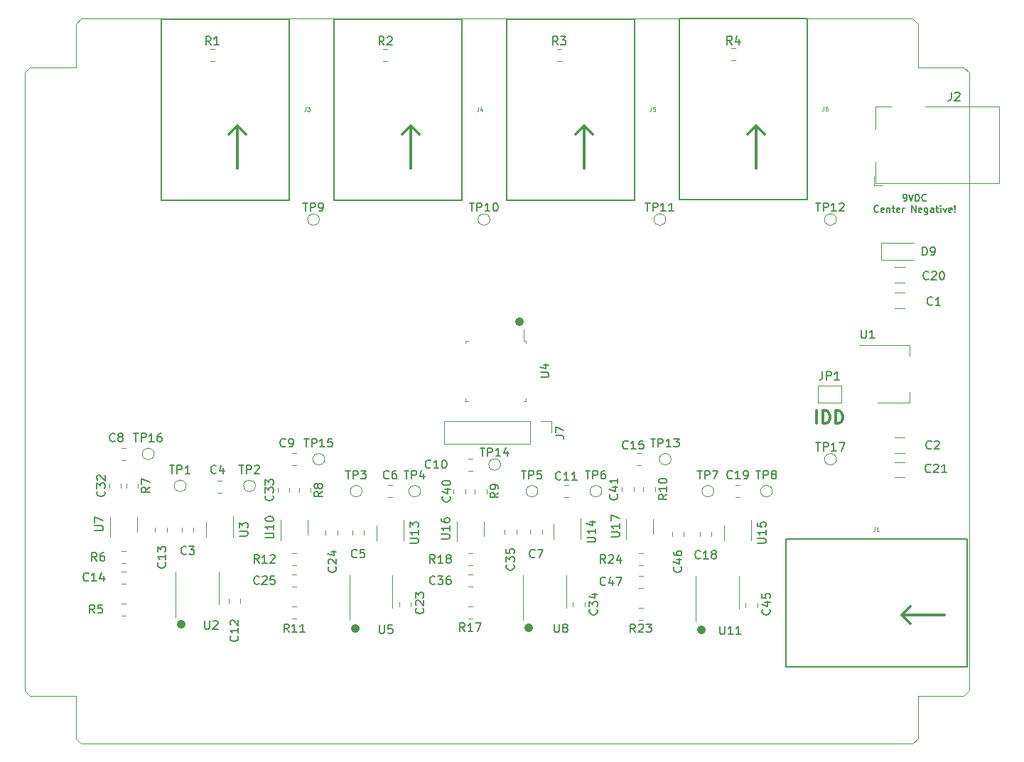
<source format=gbr>
%TF.GenerationSoftware,KiCad,Pcbnew,(5.1.6-0-10_14)*%
%TF.CreationDate,2020-09-25T10:57:10+01:00*%
%TF.ProjectId,DigitalSplitterPedal,44696769-7461-46c5-9370-6c6974746572,rev?*%
%TF.SameCoordinates,Original*%
%TF.FileFunction,Legend,Top*%
%TF.FilePolarity,Positive*%
%FSLAX46Y46*%
G04 Gerber Fmt 4.6, Leading zero omitted, Abs format (unit mm)*
G04 Created by KiCad (PCBNEW (5.1.6-0-10_14)) date 2020-09-25 10:57:10*
%MOMM*%
%LPD*%
G01*
G04 APERTURE LIST*
%ADD10C,0.300000*%
%ADD11C,1.000000*%
%ADD12C,0.150000*%
%TA.AperFunction,Profile*%
%ADD13C,0.050000*%
%TD*%
%ADD14C,0.120000*%
%ADD15C,0.125000*%
G04 APERTURE END LIST*
D10*
X174268000Y-92880571D02*
X174268000Y-91380571D01*
X174982285Y-92880571D02*
X174982285Y-91380571D01*
X175339428Y-91380571D01*
X175553714Y-91452000D01*
X175696571Y-91594857D01*
X175768000Y-91737714D01*
X175839428Y-92023428D01*
X175839428Y-92237714D01*
X175768000Y-92523428D01*
X175696571Y-92666285D01*
X175553714Y-92809142D01*
X175339428Y-92880571D01*
X174982285Y-92880571D01*
X176482285Y-92880571D02*
X176482285Y-91380571D01*
X176839428Y-91380571D01*
X177053714Y-91452000D01*
X177196571Y-91594857D01*
X177268000Y-91737714D01*
X177339428Y-92023428D01*
X177339428Y-92237714D01*
X177268000Y-92523428D01*
X177196571Y-92666285D01*
X177053714Y-92809142D01*
X176839428Y-92880571D01*
X176482285Y-92880571D01*
D11*
X138811000Y-80772000D02*
G75*
G03*
X138811000Y-80772000I0J0D01*
G01*
X160528000Y-117475000D02*
G75*
G03*
X160528000Y-117475000I0J0D01*
G01*
X139954000Y-117221000D02*
G75*
G03*
X139954000Y-117221000I0J0D01*
G01*
X119253000Y-117348000D02*
G75*
G03*
X119253000Y-117348000I0J0D01*
G01*
D12*
X184632761Y-66361904D02*
X184785142Y-66361904D01*
X184861333Y-66323809D01*
X184899428Y-66285714D01*
X184975619Y-66171428D01*
X185013714Y-66019047D01*
X185013714Y-65714285D01*
X184975619Y-65638095D01*
X184937523Y-65600000D01*
X184861333Y-65561904D01*
X184708952Y-65561904D01*
X184632761Y-65600000D01*
X184594666Y-65638095D01*
X184556571Y-65714285D01*
X184556571Y-65904761D01*
X184594666Y-65980952D01*
X184632761Y-66019047D01*
X184708952Y-66057142D01*
X184861333Y-66057142D01*
X184937523Y-66019047D01*
X184975619Y-65980952D01*
X185013714Y-65904761D01*
X185242285Y-65561904D02*
X185508952Y-66361904D01*
X185775619Y-65561904D01*
X186042285Y-66361904D02*
X186042285Y-65561904D01*
X186232761Y-65561904D01*
X186347047Y-65600000D01*
X186423238Y-65676190D01*
X186461333Y-65752380D01*
X186499428Y-65904761D01*
X186499428Y-66019047D01*
X186461333Y-66171428D01*
X186423238Y-66247619D01*
X186347047Y-66323809D01*
X186232761Y-66361904D01*
X186042285Y-66361904D01*
X187299428Y-66285714D02*
X187261333Y-66323809D01*
X187147047Y-66361904D01*
X187070857Y-66361904D01*
X186956571Y-66323809D01*
X186880380Y-66247619D01*
X186842285Y-66171428D01*
X186804190Y-66019047D01*
X186804190Y-65904761D01*
X186842285Y-65752380D01*
X186880380Y-65676190D01*
X186956571Y-65600000D01*
X187070857Y-65561904D01*
X187147047Y-65561904D01*
X187261333Y-65600000D01*
X187299428Y-65638095D01*
X181604190Y-67635714D02*
X181566095Y-67673809D01*
X181451809Y-67711904D01*
X181375619Y-67711904D01*
X181261333Y-67673809D01*
X181185142Y-67597619D01*
X181147047Y-67521428D01*
X181108952Y-67369047D01*
X181108952Y-67254761D01*
X181147047Y-67102380D01*
X181185142Y-67026190D01*
X181261333Y-66950000D01*
X181375619Y-66911904D01*
X181451809Y-66911904D01*
X181566095Y-66950000D01*
X181604190Y-66988095D01*
X182251809Y-67673809D02*
X182175619Y-67711904D01*
X182023238Y-67711904D01*
X181947047Y-67673809D01*
X181908952Y-67597619D01*
X181908952Y-67292857D01*
X181947047Y-67216666D01*
X182023238Y-67178571D01*
X182175619Y-67178571D01*
X182251809Y-67216666D01*
X182289904Y-67292857D01*
X182289904Y-67369047D01*
X181908952Y-67445238D01*
X182632761Y-67178571D02*
X182632761Y-67711904D01*
X182632761Y-67254761D02*
X182670857Y-67216666D01*
X182747047Y-67178571D01*
X182861333Y-67178571D01*
X182937523Y-67216666D01*
X182975619Y-67292857D01*
X182975619Y-67711904D01*
X183242285Y-67178571D02*
X183547047Y-67178571D01*
X183356571Y-66911904D02*
X183356571Y-67597619D01*
X183394666Y-67673809D01*
X183470857Y-67711904D01*
X183547047Y-67711904D01*
X184118476Y-67673809D02*
X184042285Y-67711904D01*
X183889904Y-67711904D01*
X183813714Y-67673809D01*
X183775619Y-67597619D01*
X183775619Y-67292857D01*
X183813714Y-67216666D01*
X183889904Y-67178571D01*
X184042285Y-67178571D01*
X184118476Y-67216666D01*
X184156571Y-67292857D01*
X184156571Y-67369047D01*
X183775619Y-67445238D01*
X184499428Y-67711904D02*
X184499428Y-67178571D01*
X184499428Y-67330952D02*
X184537523Y-67254761D01*
X184575619Y-67216666D01*
X184651809Y-67178571D01*
X184728000Y-67178571D01*
X185604190Y-67711904D02*
X185604190Y-66911904D01*
X186061333Y-67711904D01*
X186061333Y-66911904D01*
X186747047Y-67673809D02*
X186670857Y-67711904D01*
X186518476Y-67711904D01*
X186442285Y-67673809D01*
X186404190Y-67597619D01*
X186404190Y-67292857D01*
X186442285Y-67216666D01*
X186518476Y-67178571D01*
X186670857Y-67178571D01*
X186747047Y-67216666D01*
X186785142Y-67292857D01*
X186785142Y-67369047D01*
X186404190Y-67445238D01*
X187470857Y-67178571D02*
X187470857Y-67826190D01*
X187432761Y-67902380D01*
X187394666Y-67940476D01*
X187318476Y-67978571D01*
X187204190Y-67978571D01*
X187128000Y-67940476D01*
X187470857Y-67673809D02*
X187394666Y-67711904D01*
X187242285Y-67711904D01*
X187166095Y-67673809D01*
X187128000Y-67635714D01*
X187089904Y-67559523D01*
X187089904Y-67330952D01*
X187128000Y-67254761D01*
X187166095Y-67216666D01*
X187242285Y-67178571D01*
X187394666Y-67178571D01*
X187470857Y-67216666D01*
X188194666Y-67711904D02*
X188194666Y-67292857D01*
X188156571Y-67216666D01*
X188080380Y-67178571D01*
X187928000Y-67178571D01*
X187851809Y-67216666D01*
X188194666Y-67673809D02*
X188118476Y-67711904D01*
X187928000Y-67711904D01*
X187851809Y-67673809D01*
X187813714Y-67597619D01*
X187813714Y-67521428D01*
X187851809Y-67445238D01*
X187928000Y-67407142D01*
X188118476Y-67407142D01*
X188194666Y-67369047D01*
X188461333Y-67178571D02*
X188766095Y-67178571D01*
X188575619Y-66911904D02*
X188575619Y-67597619D01*
X188613714Y-67673809D01*
X188689904Y-67711904D01*
X188766095Y-67711904D01*
X189032761Y-67711904D02*
X189032761Y-67178571D01*
X189032761Y-66911904D02*
X188994666Y-66950000D01*
X189032761Y-66988095D01*
X189070857Y-66950000D01*
X189032761Y-66911904D01*
X189032761Y-66988095D01*
X189337523Y-67178571D02*
X189528000Y-67711904D01*
X189718476Y-67178571D01*
X190328000Y-67673809D02*
X190251809Y-67711904D01*
X190099428Y-67711904D01*
X190023238Y-67673809D01*
X189985142Y-67597619D01*
X189985142Y-67292857D01*
X190023238Y-67216666D01*
X190099428Y-67178571D01*
X190251809Y-67178571D01*
X190328000Y-67216666D01*
X190366095Y-67292857D01*
X190366095Y-67369047D01*
X189985142Y-67445238D01*
X190708952Y-67635714D02*
X190747047Y-67673809D01*
X190708952Y-67711904D01*
X190670857Y-67673809D01*
X190708952Y-67635714D01*
X190708952Y-67711904D01*
X190708952Y-67407142D02*
X190670857Y-66950000D01*
X190708952Y-66911904D01*
X190747047Y-66950000D01*
X190708952Y-67407142D01*
X190708952Y-66911904D01*
D11*
X98552000Y-116840000D02*
G75*
G03*
X98552000Y-116840000I0J0D01*
G01*
D10*
X184404000Y-115722400D02*
X185420000Y-116738400D01*
X184404000Y-115722400D02*
X189484000Y-115722400D01*
X184404000Y-115722400D02*
X185420000Y-114706400D01*
X167005000Y-57404000D02*
X168021000Y-58420000D01*
X167005000Y-57404000D02*
X165989000Y-58420000D01*
X167005000Y-57404000D02*
X167005000Y-62484000D01*
X146507200Y-57404000D02*
X147523200Y-58420000D01*
X146507200Y-57404000D02*
X146507200Y-62484000D01*
X146507200Y-57404000D02*
X145491200Y-58420000D01*
X125857000Y-57404000D02*
X126873000Y-58420000D01*
X125857000Y-57404000D02*
X125857000Y-62484000D01*
X125857000Y-57404000D02*
X124841000Y-58420000D01*
X105257600Y-57404000D02*
X106273600Y-58420000D01*
X105257600Y-57404000D02*
X105257600Y-62484000D01*
X105257600Y-57404000D02*
X104241600Y-58420000D01*
D13*
X186309000Y-130429000D02*
X185674000Y-131064000D01*
X186309000Y-125349000D02*
X186309000Y-130429000D01*
X191770000Y-125349000D02*
X186309000Y-125349000D01*
X192405000Y-124714000D02*
X191770000Y-125349000D01*
X192405000Y-51054000D02*
X192405000Y-124714000D01*
X191770000Y-50419000D02*
X192405000Y-51054000D01*
X186309000Y-50419000D02*
X191770000Y-50419000D01*
X186309000Y-45275500D02*
X186309000Y-50419000D01*
X185674000Y-44640500D02*
X186309000Y-45275500D01*
X86614000Y-44640500D02*
X185674000Y-44640500D01*
X85979000Y-45275500D02*
X86614000Y-44640500D01*
X85979000Y-50419000D02*
X85979000Y-45275500D01*
X80518000Y-50419000D02*
X85979000Y-50419000D01*
X79883000Y-51054000D02*
X80518000Y-50419000D01*
X79883000Y-124777500D02*
X79883000Y-51054000D01*
X80518000Y-125412500D02*
X79883000Y-124777500D01*
X85979000Y-125412500D02*
X80518000Y-125412500D01*
X85979000Y-130429000D02*
X85979000Y-125412500D01*
X86614000Y-131064000D02*
X85979000Y-130429000D01*
X185674000Y-131064000D02*
X86614000Y-131064000D01*
D14*
%TO.C,TP17*%
X176595000Y-97155000D02*
G75*
G03*
X176595000Y-97155000I-700000J0D01*
G01*
%TO.C,TP16*%
X95315000Y-96520000D02*
G75*
G03*
X95315000Y-96520000I-700000J0D01*
G01*
%TO.C,TP15*%
X115635000Y-97155000D02*
G75*
G03*
X115635000Y-97155000I-700000J0D01*
G01*
%TO.C,TP14*%
X136590000Y-97790000D02*
G75*
G03*
X136590000Y-97790000I-700000J0D01*
G01*
%TO.C,TP13*%
X156910000Y-97155000D02*
G75*
G03*
X156910000Y-97155000I-700000J0D01*
G01*
%TO.C,TP12*%
X176595000Y-68580000D02*
G75*
G03*
X176595000Y-68580000I-700000J0D01*
G01*
%TO.C,TP11*%
X156275000Y-68580000D02*
G75*
G03*
X156275000Y-68580000I-700000J0D01*
G01*
%TO.C,TP10*%
X135320000Y-68580000D02*
G75*
G03*
X135320000Y-68580000I-700000J0D01*
G01*
%TO.C,TP9*%
X115000000Y-68580000D02*
G75*
G03*
X115000000Y-68580000I-700000J0D01*
G01*
%TO.C,TP8*%
X168975000Y-100965000D02*
G75*
G03*
X168975000Y-100965000I-700000J0D01*
G01*
%TO.C,TP7*%
X161990000Y-100965000D02*
G75*
G03*
X161990000Y-100965000I-700000J0D01*
G01*
%TO.C,TP6*%
X148655000Y-100965000D02*
G75*
G03*
X148655000Y-100965000I-700000J0D01*
G01*
%TO.C,TP5*%
X141035000Y-100965000D02*
G75*
G03*
X141035000Y-100965000I-700000J0D01*
G01*
%TO.C,TP4*%
X127065000Y-100965000D02*
G75*
G03*
X127065000Y-100965000I-700000J0D01*
G01*
%TO.C,TP3*%
X120080000Y-100965000D02*
G75*
G03*
X120080000Y-100965000I-700000J0D01*
G01*
%TO.C,TP2*%
X107380000Y-100330000D02*
G75*
G03*
X107380000Y-100330000I-700000J0D01*
G01*
%TO.C,TP1*%
X99125000Y-100330000D02*
G75*
G03*
X99125000Y-100330000I-700000J0D01*
G01*
%TO.C,C1*%
X183547936Y-79142000D02*
X184752064Y-79142000D01*
X183547936Y-77322000D02*
X184752064Y-77322000D01*
%TO.C,U17*%
X154802000Y-106056000D02*
X154802000Y-104256000D01*
X151582000Y-104256000D02*
X151582000Y-106706000D01*
%TO.C,U16*%
X134579000Y-106310000D02*
X134579000Y-104510000D01*
X131359000Y-104510000D02*
X131359000Y-106960000D01*
%TO.C,U15*%
X163236000Y-105018000D02*
X163236000Y-106818000D01*
X166456000Y-106818000D02*
X166456000Y-104368000D01*
%TO.C,U14*%
X142916000Y-104891000D02*
X142916000Y-106691000D01*
X146136000Y-106691000D02*
X146136000Y-104241000D01*
%TO.C,U13*%
X121834000Y-105018000D02*
X121834000Y-106818000D01*
X125054000Y-106818000D02*
X125054000Y-104368000D01*
%TO.C,U10*%
X113624000Y-106183000D02*
X113624000Y-104383000D01*
X110404000Y-104383000D02*
X110404000Y-106833000D01*
%TO.C,U7*%
X93304000Y-105802000D02*
X93304000Y-104002000D01*
X90084000Y-104002000D02*
X90084000Y-106452000D01*
%TO.C,U4*%
X132407000Y-89924000D02*
X132407000Y-90224000D01*
X132407000Y-90224000D02*
X132707000Y-90224000D01*
X132407000Y-83304000D02*
X132407000Y-83004000D01*
X132407000Y-83004000D02*
X132707000Y-83004000D01*
X139627000Y-89924000D02*
X139627000Y-90224000D01*
X139627000Y-90224000D02*
X139327000Y-90224000D01*
X139627000Y-83304000D02*
X139627000Y-83004000D01*
X139627000Y-83004000D02*
X139327000Y-83004000D01*
X139327000Y-83004000D02*
X139327000Y-81689000D01*
%TO.C,U3*%
X101514000Y-104637000D02*
X101514000Y-106437000D01*
X104734000Y-106437000D02*
X104734000Y-103987000D01*
%TO.C,U1*%
X185298000Y-90405000D02*
X185298000Y-89145000D01*
X185298000Y-83585000D02*
X185298000Y-84845000D01*
X181538000Y-90405000D02*
X185298000Y-90405000D01*
X179288000Y-83585000D02*
X185298000Y-83585000D01*
%TO.C,R10*%
X155015000Y-100449748D02*
X155015000Y-100972252D01*
X153595000Y-100449748D02*
X153595000Y-100972252D01*
%TO.C,R9*%
X134949000Y-100703748D02*
X134949000Y-101226252D01*
X133529000Y-100703748D02*
X133529000Y-101226252D01*
%TO.C,R8*%
X113994000Y-100576748D02*
X113994000Y-101099252D01*
X112574000Y-100576748D02*
X112574000Y-101099252D01*
%TO.C,R7*%
X93420000Y-100068748D02*
X93420000Y-100591252D01*
X92000000Y-100068748D02*
X92000000Y-100591252D01*
%TO.C,R4*%
X164076748Y-48185000D02*
X164599252Y-48185000D01*
X164076748Y-49605000D02*
X164599252Y-49605000D01*
%TO.C,R3*%
X143312248Y-48248500D02*
X143834752Y-48248500D01*
X143312248Y-49668500D02*
X143834752Y-49668500D01*
%TO.C,R2*%
X122611248Y-48248500D02*
X123133752Y-48248500D01*
X122611248Y-49668500D02*
X123133752Y-49668500D01*
%TO.C,R1*%
X101973748Y-48248500D02*
X102496252Y-48248500D01*
X101973748Y-49668500D02*
X102496252Y-49668500D01*
%TO.C,JP1*%
X177168000Y-88408000D02*
X177168000Y-90408000D01*
X174368000Y-88408000D02*
X177168000Y-88408000D01*
X174368000Y-90408000D02*
X174368000Y-88408000D01*
X177168000Y-90408000D02*
X174368000Y-90408000D01*
%TO.C,J7*%
X129861000Y-92650000D02*
X129861000Y-95310000D01*
X140081000Y-92650000D02*
X129861000Y-92650000D01*
X140081000Y-95310000D02*
X129861000Y-95310000D01*
X140081000Y-92650000D02*
X140081000Y-95310000D01*
X141351000Y-92650000D02*
X142681000Y-92650000D01*
X142681000Y-92650000D02*
X142681000Y-93980000D01*
%TO.C,C41*%
X151055000Y-100972252D02*
X151055000Y-100449748D01*
X152475000Y-100972252D02*
X152475000Y-100449748D01*
%TO.C,C40*%
X130989000Y-101226252D02*
X130989000Y-100703748D01*
X132409000Y-101226252D02*
X132409000Y-100703748D01*
%TO.C,C33*%
X110034000Y-101099252D02*
X110034000Y-100576748D01*
X111454000Y-101099252D02*
X111454000Y-100576748D01*
%TO.C,C32*%
X89968000Y-100591252D02*
X89968000Y-100068748D01*
X91388000Y-100591252D02*
X91388000Y-100068748D01*
%TO.C,C21*%
X183547936Y-97515000D02*
X184752064Y-97515000D01*
X183547936Y-99335000D02*
X184752064Y-99335000D01*
%TO.C,C20*%
X183547936Y-74274000D02*
X184752064Y-74274000D01*
X183547936Y-76094000D02*
X184752064Y-76094000D01*
%TO.C,C19*%
X165107252Y-101675000D02*
X164584748Y-101675000D01*
X165107252Y-100255000D02*
X164584748Y-100255000D01*
%TO.C,C18*%
X161746000Y-105783748D02*
X161746000Y-106306252D01*
X160326000Y-105783748D02*
X160326000Y-106306252D01*
%TO.C,C15*%
X153296252Y-97865000D02*
X152773748Y-97865000D01*
X153296252Y-96445000D02*
X152773748Y-96445000D01*
%TO.C,C11*%
X144660252Y-101675000D02*
X144137748Y-101675000D01*
X144660252Y-100255000D02*
X144137748Y-100255000D01*
%TO.C,C10*%
X133230252Y-98500000D02*
X132707748Y-98500000D01*
X133230252Y-97080000D02*
X132707748Y-97080000D01*
%TO.C,C9*%
X112275252Y-97865000D02*
X111752748Y-97865000D01*
X112275252Y-96445000D02*
X111752748Y-96445000D01*
%TO.C,C8*%
X91955252Y-97230000D02*
X91432748Y-97230000D01*
X91955252Y-95810000D02*
X91432748Y-95810000D01*
%TO.C,C7*%
X141553000Y-105529748D02*
X141553000Y-106052252D01*
X140133000Y-105529748D02*
X140133000Y-106052252D01*
%TO.C,C6*%
X123705252Y-101675000D02*
X123182748Y-101675000D01*
X123705252Y-100255000D02*
X123182748Y-100255000D01*
%TO.C,C5*%
X120344000Y-105656748D02*
X120344000Y-106179252D01*
X118924000Y-105656748D02*
X118924000Y-106179252D01*
%TO.C,C4*%
X103385252Y-101167000D02*
X102862748Y-101167000D01*
X103385252Y-99747000D02*
X102862748Y-99747000D01*
%TO.C,C3*%
X100024000Y-105275748D02*
X100024000Y-105798252D01*
X98604000Y-105275748D02*
X98604000Y-105798252D01*
%TO.C,C2*%
X183547936Y-96414000D02*
X184752064Y-96414000D01*
X183547936Y-94594000D02*
X184752064Y-94594000D01*
%TO.C,U11*%
X159873000Y-113030000D02*
X159873000Y-116480000D01*
X159873000Y-113030000D02*
X159873000Y-111080000D01*
X164993000Y-113030000D02*
X164993000Y-114980000D01*
X164993000Y-113030000D02*
X164993000Y-111080000D01*
%TO.C,U8*%
X139299000Y-112903000D02*
X139299000Y-116353000D01*
X139299000Y-112903000D02*
X139299000Y-110953000D01*
X144419000Y-112903000D02*
X144419000Y-114853000D01*
X144419000Y-112903000D02*
X144419000Y-110953000D01*
%TO.C,U5*%
X118598000Y-112903000D02*
X118598000Y-116353000D01*
X118598000Y-112903000D02*
X118598000Y-110953000D01*
X123718000Y-112903000D02*
X123718000Y-114853000D01*
X123718000Y-112903000D02*
X123718000Y-110953000D01*
%TO.C,U2*%
X97897000Y-112522000D02*
X97897000Y-115972000D01*
X97897000Y-112522000D02*
X97897000Y-110572000D01*
X103017000Y-112522000D02*
X103017000Y-114472000D01*
X103017000Y-112522000D02*
X103017000Y-110572000D01*
%TO.C,R24*%
X153550252Y-108383000D02*
X153027748Y-108383000D01*
X153550252Y-109803000D02*
X153027748Y-109803000D01*
%TO.C,R23*%
X153027748Y-116280000D02*
X153550252Y-116280000D01*
X153027748Y-114860000D02*
X153550252Y-114860000D01*
%TO.C,R18*%
X133230252Y-108383000D02*
X132707748Y-108383000D01*
X133230252Y-109803000D02*
X132707748Y-109803000D01*
%TO.C,R17*%
X132707748Y-116153000D02*
X133230252Y-116153000D01*
X132707748Y-114733000D02*
X133230252Y-114733000D01*
%TO.C,R12*%
X112275252Y-108383000D02*
X111752748Y-108383000D01*
X112275252Y-109803000D02*
X111752748Y-109803000D01*
%TO.C,R11*%
X111752748Y-116153000D02*
X112275252Y-116153000D01*
X111752748Y-114733000D02*
X112275252Y-114733000D01*
%TO.C,R6*%
X91955252Y-108129000D02*
X91432748Y-108129000D01*
X91955252Y-109549000D02*
X91432748Y-109549000D01*
%TO.C,R5*%
X91432748Y-115772000D02*
X91955252Y-115772000D01*
X91432748Y-114352000D02*
X91955252Y-114352000D01*
%TO.C,D9*%
X181950000Y-71390000D02*
X185800000Y-71390000D01*
X181950000Y-73390000D02*
X185800000Y-73390000D01*
X181950000Y-71390000D02*
X181950000Y-73390000D01*
%TO.C,C47*%
X153550252Y-111050000D02*
X153027748Y-111050000D01*
X153550252Y-112470000D02*
X153027748Y-112470000D01*
%TO.C,C46*%
X158444000Y-106306252D02*
X158444000Y-105783748D01*
X157024000Y-106306252D02*
X157024000Y-105783748D01*
%TO.C,C45*%
X167207000Y-114815252D02*
X167207000Y-114292748D01*
X165787000Y-114815252D02*
X165787000Y-114292748D01*
%TO.C,C36*%
X133230252Y-110923000D02*
X132707748Y-110923000D01*
X133230252Y-112343000D02*
X132707748Y-112343000D01*
%TO.C,C35*%
X138505000Y-106052252D02*
X138505000Y-105529748D01*
X137085000Y-106052252D02*
X137085000Y-105529748D01*
%TO.C,C34*%
X146633000Y-114688252D02*
X146633000Y-114165748D01*
X145213000Y-114688252D02*
X145213000Y-114165748D01*
%TO.C,C25*%
X112275252Y-110923000D02*
X111752748Y-110923000D01*
X112275252Y-112343000D02*
X111752748Y-112343000D01*
%TO.C,C24*%
X117169000Y-106179252D02*
X117169000Y-105656748D01*
X115749000Y-106179252D02*
X115749000Y-105656748D01*
%TO.C,C23*%
X125932000Y-114688252D02*
X125932000Y-114165748D01*
X124512000Y-114688252D02*
X124512000Y-114165748D01*
%TO.C,C14*%
X91955252Y-110542000D02*
X91432748Y-110542000D01*
X91955252Y-111962000D02*
X91432748Y-111962000D01*
%TO.C,C13*%
X96849000Y-105798252D02*
X96849000Y-105275748D01*
X95429000Y-105798252D02*
X95429000Y-105275748D01*
%TO.C,C12*%
X105612000Y-114307252D02*
X105612000Y-113784748D01*
X104192000Y-114307252D02*
X104192000Y-113784748D01*
D12*
%TO.C,J6*%
X173101000Y-66230500D02*
X173101000Y-44640500D01*
X157861000Y-66230500D02*
X173101000Y-66230500D01*
X157861000Y-44640500D02*
X157861000Y-66230500D01*
X173101000Y-44640500D02*
X157861000Y-44640500D01*
%TO.C,J5*%
X152527000Y-66294000D02*
X152527000Y-44704000D01*
X137287000Y-66294000D02*
X152527000Y-66294000D01*
X137287000Y-44704000D02*
X137287000Y-66294000D01*
X152527000Y-44704000D02*
X137287000Y-44704000D01*
%TO.C,J4*%
X131953000Y-66294000D02*
X131953000Y-44704000D01*
X116713000Y-66294000D02*
X131953000Y-66294000D01*
X116713000Y-44704000D02*
X116713000Y-66294000D01*
X131953000Y-44704000D02*
X116713000Y-44704000D01*
%TO.C,J3*%
X111379000Y-66294000D02*
X111379000Y-44704000D01*
X96139000Y-66294000D02*
X111379000Y-66294000D01*
X96139000Y-44704000D02*
X96139000Y-66294000D01*
X111379000Y-44704000D02*
X96139000Y-44704000D01*
%TO.C,J1*%
X170561000Y-121920000D02*
X192151000Y-121920000D01*
X170561000Y-106680000D02*
X170561000Y-121920000D01*
X192151000Y-106680000D02*
X170561000Y-106680000D01*
X192151000Y-121920000D02*
X192151000Y-106680000D01*
D14*
%TO.C,J2*%
X181081500Y-63440000D02*
X181081500Y-64490000D01*
X182131500Y-64490000D02*
X181081500Y-64490000D01*
X187181500Y-55090000D02*
X195981500Y-55090000D01*
X195981500Y-55090000D02*
X195981500Y-64290000D01*
X181281500Y-57790000D02*
X181281500Y-55090000D01*
X181281500Y-55090000D02*
X183181500Y-55090000D01*
X195981500Y-64290000D02*
X181281500Y-64290000D01*
X181281500Y-64290000D02*
X181281500Y-61690000D01*
%TD*%
%TO.C,TP17*%
D12*
X174156904Y-95159380D02*
X174728333Y-95159380D01*
X174442619Y-96159380D02*
X174442619Y-95159380D01*
X175061666Y-96159380D02*
X175061666Y-95159380D01*
X175442619Y-95159380D01*
X175537857Y-95207000D01*
X175585476Y-95254619D01*
X175633095Y-95349857D01*
X175633095Y-95492714D01*
X175585476Y-95587952D01*
X175537857Y-95635571D01*
X175442619Y-95683190D01*
X175061666Y-95683190D01*
X176585476Y-96159380D02*
X176014047Y-96159380D01*
X176299761Y-96159380D02*
X176299761Y-95159380D01*
X176204523Y-95302238D01*
X176109285Y-95397476D01*
X176014047Y-95445095D01*
X176918809Y-95159380D02*
X177585476Y-95159380D01*
X177156904Y-96159380D01*
%TO.C,TP16*%
X92876904Y-94067380D02*
X93448333Y-94067380D01*
X93162619Y-95067380D02*
X93162619Y-94067380D01*
X93781666Y-95067380D02*
X93781666Y-94067380D01*
X94162619Y-94067380D01*
X94257857Y-94115000D01*
X94305476Y-94162619D01*
X94353095Y-94257857D01*
X94353095Y-94400714D01*
X94305476Y-94495952D01*
X94257857Y-94543571D01*
X94162619Y-94591190D01*
X93781666Y-94591190D01*
X95305476Y-95067380D02*
X94734047Y-95067380D01*
X95019761Y-95067380D02*
X95019761Y-94067380D01*
X94924523Y-94210238D01*
X94829285Y-94305476D01*
X94734047Y-94353095D01*
X96162619Y-94067380D02*
X95972142Y-94067380D01*
X95876904Y-94115000D01*
X95829285Y-94162619D01*
X95734047Y-94305476D01*
X95686428Y-94495952D01*
X95686428Y-94876904D01*
X95734047Y-94972142D01*
X95781666Y-95019761D01*
X95876904Y-95067380D01*
X96067380Y-95067380D01*
X96162619Y-95019761D01*
X96210238Y-94972142D01*
X96257857Y-94876904D01*
X96257857Y-94638809D01*
X96210238Y-94543571D01*
X96162619Y-94495952D01*
X96067380Y-94448333D01*
X95876904Y-94448333D01*
X95781666Y-94495952D01*
X95734047Y-94543571D01*
X95686428Y-94638809D01*
%TO.C,TP15*%
X113196904Y-94702380D02*
X113768333Y-94702380D01*
X113482619Y-95702380D02*
X113482619Y-94702380D01*
X114101666Y-95702380D02*
X114101666Y-94702380D01*
X114482619Y-94702380D01*
X114577857Y-94750000D01*
X114625476Y-94797619D01*
X114673095Y-94892857D01*
X114673095Y-95035714D01*
X114625476Y-95130952D01*
X114577857Y-95178571D01*
X114482619Y-95226190D01*
X114101666Y-95226190D01*
X115625476Y-95702380D02*
X115054047Y-95702380D01*
X115339761Y-95702380D02*
X115339761Y-94702380D01*
X115244523Y-94845238D01*
X115149285Y-94940476D01*
X115054047Y-94988095D01*
X116530238Y-94702380D02*
X116054047Y-94702380D01*
X116006428Y-95178571D01*
X116054047Y-95130952D01*
X116149285Y-95083333D01*
X116387380Y-95083333D01*
X116482619Y-95130952D01*
X116530238Y-95178571D01*
X116577857Y-95273809D01*
X116577857Y-95511904D01*
X116530238Y-95607142D01*
X116482619Y-95654761D01*
X116387380Y-95702380D01*
X116149285Y-95702380D01*
X116054047Y-95654761D01*
X116006428Y-95607142D01*
%TO.C,TP14*%
X134151904Y-95794380D02*
X134723333Y-95794380D01*
X134437619Y-96794380D02*
X134437619Y-95794380D01*
X135056666Y-96794380D02*
X135056666Y-95794380D01*
X135437619Y-95794380D01*
X135532857Y-95842000D01*
X135580476Y-95889619D01*
X135628095Y-95984857D01*
X135628095Y-96127714D01*
X135580476Y-96222952D01*
X135532857Y-96270571D01*
X135437619Y-96318190D01*
X135056666Y-96318190D01*
X136580476Y-96794380D02*
X136009047Y-96794380D01*
X136294761Y-96794380D02*
X136294761Y-95794380D01*
X136199523Y-95937238D01*
X136104285Y-96032476D01*
X136009047Y-96080095D01*
X137437619Y-96127714D02*
X137437619Y-96794380D01*
X137199523Y-95746761D02*
X136961428Y-96461047D01*
X137580476Y-96461047D01*
%TO.C,TP13*%
X154471904Y-94702380D02*
X155043333Y-94702380D01*
X154757619Y-95702380D02*
X154757619Y-94702380D01*
X155376666Y-95702380D02*
X155376666Y-94702380D01*
X155757619Y-94702380D01*
X155852857Y-94750000D01*
X155900476Y-94797619D01*
X155948095Y-94892857D01*
X155948095Y-95035714D01*
X155900476Y-95130952D01*
X155852857Y-95178571D01*
X155757619Y-95226190D01*
X155376666Y-95226190D01*
X156900476Y-95702380D02*
X156329047Y-95702380D01*
X156614761Y-95702380D02*
X156614761Y-94702380D01*
X156519523Y-94845238D01*
X156424285Y-94940476D01*
X156329047Y-94988095D01*
X157233809Y-94702380D02*
X157852857Y-94702380D01*
X157519523Y-95083333D01*
X157662380Y-95083333D01*
X157757619Y-95130952D01*
X157805238Y-95178571D01*
X157852857Y-95273809D01*
X157852857Y-95511904D01*
X157805238Y-95607142D01*
X157757619Y-95654761D01*
X157662380Y-95702380D01*
X157376666Y-95702380D01*
X157281428Y-95654761D01*
X157233809Y-95607142D01*
%TO.C,TP12*%
X174156904Y-66584380D02*
X174728333Y-66584380D01*
X174442619Y-67584380D02*
X174442619Y-66584380D01*
X175061666Y-67584380D02*
X175061666Y-66584380D01*
X175442619Y-66584380D01*
X175537857Y-66632000D01*
X175585476Y-66679619D01*
X175633095Y-66774857D01*
X175633095Y-66917714D01*
X175585476Y-67012952D01*
X175537857Y-67060571D01*
X175442619Y-67108190D01*
X175061666Y-67108190D01*
X176585476Y-67584380D02*
X176014047Y-67584380D01*
X176299761Y-67584380D02*
X176299761Y-66584380D01*
X176204523Y-66727238D01*
X176109285Y-66822476D01*
X176014047Y-66870095D01*
X176966428Y-66679619D02*
X177014047Y-66632000D01*
X177109285Y-66584380D01*
X177347380Y-66584380D01*
X177442619Y-66632000D01*
X177490238Y-66679619D01*
X177537857Y-66774857D01*
X177537857Y-66870095D01*
X177490238Y-67012952D01*
X176918809Y-67584380D01*
X177537857Y-67584380D01*
%TO.C,TP11*%
X153836904Y-66584380D02*
X154408333Y-66584380D01*
X154122619Y-67584380D02*
X154122619Y-66584380D01*
X154741666Y-67584380D02*
X154741666Y-66584380D01*
X155122619Y-66584380D01*
X155217857Y-66632000D01*
X155265476Y-66679619D01*
X155313095Y-66774857D01*
X155313095Y-66917714D01*
X155265476Y-67012952D01*
X155217857Y-67060571D01*
X155122619Y-67108190D01*
X154741666Y-67108190D01*
X156265476Y-67584380D02*
X155694047Y-67584380D01*
X155979761Y-67584380D02*
X155979761Y-66584380D01*
X155884523Y-66727238D01*
X155789285Y-66822476D01*
X155694047Y-66870095D01*
X157217857Y-67584380D02*
X156646428Y-67584380D01*
X156932142Y-67584380D02*
X156932142Y-66584380D01*
X156836904Y-66727238D01*
X156741666Y-66822476D01*
X156646428Y-66870095D01*
%TO.C,TP10*%
X132881904Y-66584380D02*
X133453333Y-66584380D01*
X133167619Y-67584380D02*
X133167619Y-66584380D01*
X133786666Y-67584380D02*
X133786666Y-66584380D01*
X134167619Y-66584380D01*
X134262857Y-66632000D01*
X134310476Y-66679619D01*
X134358095Y-66774857D01*
X134358095Y-66917714D01*
X134310476Y-67012952D01*
X134262857Y-67060571D01*
X134167619Y-67108190D01*
X133786666Y-67108190D01*
X135310476Y-67584380D02*
X134739047Y-67584380D01*
X135024761Y-67584380D02*
X135024761Y-66584380D01*
X134929523Y-66727238D01*
X134834285Y-66822476D01*
X134739047Y-66870095D01*
X135929523Y-66584380D02*
X136024761Y-66584380D01*
X136120000Y-66632000D01*
X136167619Y-66679619D01*
X136215238Y-66774857D01*
X136262857Y-66965333D01*
X136262857Y-67203428D01*
X136215238Y-67393904D01*
X136167619Y-67489142D01*
X136120000Y-67536761D01*
X136024761Y-67584380D01*
X135929523Y-67584380D01*
X135834285Y-67536761D01*
X135786666Y-67489142D01*
X135739047Y-67393904D01*
X135691428Y-67203428D01*
X135691428Y-66965333D01*
X135739047Y-66774857D01*
X135786666Y-66679619D01*
X135834285Y-66632000D01*
X135929523Y-66584380D01*
%TO.C,TP9*%
X113038095Y-66584380D02*
X113609523Y-66584380D01*
X113323809Y-67584380D02*
X113323809Y-66584380D01*
X113942857Y-67584380D02*
X113942857Y-66584380D01*
X114323809Y-66584380D01*
X114419047Y-66632000D01*
X114466666Y-66679619D01*
X114514285Y-66774857D01*
X114514285Y-66917714D01*
X114466666Y-67012952D01*
X114419047Y-67060571D01*
X114323809Y-67108190D01*
X113942857Y-67108190D01*
X114990476Y-67584380D02*
X115180952Y-67584380D01*
X115276190Y-67536761D01*
X115323809Y-67489142D01*
X115419047Y-67346285D01*
X115466666Y-67155809D01*
X115466666Y-66774857D01*
X115419047Y-66679619D01*
X115371428Y-66632000D01*
X115276190Y-66584380D01*
X115085714Y-66584380D01*
X114990476Y-66632000D01*
X114942857Y-66679619D01*
X114895238Y-66774857D01*
X114895238Y-67012952D01*
X114942857Y-67108190D01*
X114990476Y-67155809D01*
X115085714Y-67203428D01*
X115276190Y-67203428D01*
X115371428Y-67155809D01*
X115419047Y-67108190D01*
X115466666Y-67012952D01*
%TO.C,TP8*%
X167013095Y-98512380D02*
X167584523Y-98512380D01*
X167298809Y-99512380D02*
X167298809Y-98512380D01*
X167917857Y-99512380D02*
X167917857Y-98512380D01*
X168298809Y-98512380D01*
X168394047Y-98560000D01*
X168441666Y-98607619D01*
X168489285Y-98702857D01*
X168489285Y-98845714D01*
X168441666Y-98940952D01*
X168394047Y-98988571D01*
X168298809Y-99036190D01*
X167917857Y-99036190D01*
X169060714Y-98940952D02*
X168965476Y-98893333D01*
X168917857Y-98845714D01*
X168870238Y-98750476D01*
X168870238Y-98702857D01*
X168917857Y-98607619D01*
X168965476Y-98560000D01*
X169060714Y-98512380D01*
X169251190Y-98512380D01*
X169346428Y-98560000D01*
X169394047Y-98607619D01*
X169441666Y-98702857D01*
X169441666Y-98750476D01*
X169394047Y-98845714D01*
X169346428Y-98893333D01*
X169251190Y-98940952D01*
X169060714Y-98940952D01*
X168965476Y-98988571D01*
X168917857Y-99036190D01*
X168870238Y-99131428D01*
X168870238Y-99321904D01*
X168917857Y-99417142D01*
X168965476Y-99464761D01*
X169060714Y-99512380D01*
X169251190Y-99512380D01*
X169346428Y-99464761D01*
X169394047Y-99417142D01*
X169441666Y-99321904D01*
X169441666Y-99131428D01*
X169394047Y-99036190D01*
X169346428Y-98988571D01*
X169251190Y-98940952D01*
%TO.C,TP7*%
X160028095Y-98512380D02*
X160599523Y-98512380D01*
X160313809Y-99512380D02*
X160313809Y-98512380D01*
X160932857Y-99512380D02*
X160932857Y-98512380D01*
X161313809Y-98512380D01*
X161409047Y-98560000D01*
X161456666Y-98607619D01*
X161504285Y-98702857D01*
X161504285Y-98845714D01*
X161456666Y-98940952D01*
X161409047Y-98988571D01*
X161313809Y-99036190D01*
X160932857Y-99036190D01*
X161837619Y-98512380D02*
X162504285Y-98512380D01*
X162075714Y-99512380D01*
%TO.C,TP6*%
X146693095Y-98512380D02*
X147264523Y-98512380D01*
X146978809Y-99512380D02*
X146978809Y-98512380D01*
X147597857Y-99512380D02*
X147597857Y-98512380D01*
X147978809Y-98512380D01*
X148074047Y-98560000D01*
X148121666Y-98607619D01*
X148169285Y-98702857D01*
X148169285Y-98845714D01*
X148121666Y-98940952D01*
X148074047Y-98988571D01*
X147978809Y-99036190D01*
X147597857Y-99036190D01*
X149026428Y-98512380D02*
X148835952Y-98512380D01*
X148740714Y-98560000D01*
X148693095Y-98607619D01*
X148597857Y-98750476D01*
X148550238Y-98940952D01*
X148550238Y-99321904D01*
X148597857Y-99417142D01*
X148645476Y-99464761D01*
X148740714Y-99512380D01*
X148931190Y-99512380D01*
X149026428Y-99464761D01*
X149074047Y-99417142D01*
X149121666Y-99321904D01*
X149121666Y-99083809D01*
X149074047Y-98988571D01*
X149026428Y-98940952D01*
X148931190Y-98893333D01*
X148740714Y-98893333D01*
X148645476Y-98940952D01*
X148597857Y-98988571D01*
X148550238Y-99083809D01*
%TO.C,TP5*%
X139073095Y-98512380D02*
X139644523Y-98512380D01*
X139358809Y-99512380D02*
X139358809Y-98512380D01*
X139977857Y-99512380D02*
X139977857Y-98512380D01*
X140358809Y-98512380D01*
X140454047Y-98560000D01*
X140501666Y-98607619D01*
X140549285Y-98702857D01*
X140549285Y-98845714D01*
X140501666Y-98940952D01*
X140454047Y-98988571D01*
X140358809Y-99036190D01*
X139977857Y-99036190D01*
X141454047Y-98512380D02*
X140977857Y-98512380D01*
X140930238Y-98988571D01*
X140977857Y-98940952D01*
X141073095Y-98893333D01*
X141311190Y-98893333D01*
X141406428Y-98940952D01*
X141454047Y-98988571D01*
X141501666Y-99083809D01*
X141501666Y-99321904D01*
X141454047Y-99417142D01*
X141406428Y-99464761D01*
X141311190Y-99512380D01*
X141073095Y-99512380D01*
X140977857Y-99464761D01*
X140930238Y-99417142D01*
%TO.C,TP4*%
X125103095Y-98512380D02*
X125674523Y-98512380D01*
X125388809Y-99512380D02*
X125388809Y-98512380D01*
X126007857Y-99512380D02*
X126007857Y-98512380D01*
X126388809Y-98512380D01*
X126484047Y-98560000D01*
X126531666Y-98607619D01*
X126579285Y-98702857D01*
X126579285Y-98845714D01*
X126531666Y-98940952D01*
X126484047Y-98988571D01*
X126388809Y-99036190D01*
X126007857Y-99036190D01*
X127436428Y-98845714D02*
X127436428Y-99512380D01*
X127198333Y-98464761D02*
X126960238Y-99179047D01*
X127579285Y-99179047D01*
%TO.C,TP3*%
X118118095Y-98512380D02*
X118689523Y-98512380D01*
X118403809Y-99512380D02*
X118403809Y-98512380D01*
X119022857Y-99512380D02*
X119022857Y-98512380D01*
X119403809Y-98512380D01*
X119499047Y-98560000D01*
X119546666Y-98607619D01*
X119594285Y-98702857D01*
X119594285Y-98845714D01*
X119546666Y-98940952D01*
X119499047Y-98988571D01*
X119403809Y-99036190D01*
X119022857Y-99036190D01*
X119927619Y-98512380D02*
X120546666Y-98512380D01*
X120213333Y-98893333D01*
X120356190Y-98893333D01*
X120451428Y-98940952D01*
X120499047Y-98988571D01*
X120546666Y-99083809D01*
X120546666Y-99321904D01*
X120499047Y-99417142D01*
X120451428Y-99464761D01*
X120356190Y-99512380D01*
X120070476Y-99512380D01*
X119975238Y-99464761D01*
X119927619Y-99417142D01*
%TO.C,TP2*%
X105418095Y-97877380D02*
X105989523Y-97877380D01*
X105703809Y-98877380D02*
X105703809Y-97877380D01*
X106322857Y-98877380D02*
X106322857Y-97877380D01*
X106703809Y-97877380D01*
X106799047Y-97925000D01*
X106846666Y-97972619D01*
X106894285Y-98067857D01*
X106894285Y-98210714D01*
X106846666Y-98305952D01*
X106799047Y-98353571D01*
X106703809Y-98401190D01*
X106322857Y-98401190D01*
X107275238Y-97972619D02*
X107322857Y-97925000D01*
X107418095Y-97877380D01*
X107656190Y-97877380D01*
X107751428Y-97925000D01*
X107799047Y-97972619D01*
X107846666Y-98067857D01*
X107846666Y-98163095D01*
X107799047Y-98305952D01*
X107227619Y-98877380D01*
X107846666Y-98877380D01*
%TO.C,TP1*%
X97163095Y-97877380D02*
X97734523Y-97877380D01*
X97448809Y-98877380D02*
X97448809Y-97877380D01*
X98067857Y-98877380D02*
X98067857Y-97877380D01*
X98448809Y-97877380D01*
X98544047Y-97925000D01*
X98591666Y-97972619D01*
X98639285Y-98067857D01*
X98639285Y-98210714D01*
X98591666Y-98305952D01*
X98544047Y-98353571D01*
X98448809Y-98401190D01*
X98067857Y-98401190D01*
X99591666Y-98877380D02*
X99020238Y-98877380D01*
X99305952Y-98877380D02*
X99305952Y-97877380D01*
X99210714Y-98020238D01*
X99115476Y-98115476D01*
X99020238Y-98163095D01*
%TO.C,C1*%
X188047333Y-78716142D02*
X187999714Y-78763761D01*
X187856857Y-78811380D01*
X187761619Y-78811380D01*
X187618761Y-78763761D01*
X187523523Y-78668523D01*
X187475904Y-78573285D01*
X187428285Y-78382809D01*
X187428285Y-78239952D01*
X187475904Y-78049476D01*
X187523523Y-77954238D01*
X187618761Y-77859000D01*
X187761619Y-77811380D01*
X187856857Y-77811380D01*
X187999714Y-77859000D01*
X188047333Y-77906619D01*
X188999714Y-78811380D02*
X188428285Y-78811380D01*
X188714000Y-78811380D02*
X188714000Y-77811380D01*
X188618761Y-77954238D01*
X188523523Y-78049476D01*
X188428285Y-78097095D01*
%TO.C,U17*%
X149744380Y-106394095D02*
X150553904Y-106394095D01*
X150649142Y-106346476D01*
X150696761Y-106298857D01*
X150744380Y-106203619D01*
X150744380Y-106013142D01*
X150696761Y-105917904D01*
X150649142Y-105870285D01*
X150553904Y-105822666D01*
X149744380Y-105822666D01*
X150744380Y-104822666D02*
X150744380Y-105394095D01*
X150744380Y-105108380D02*
X149744380Y-105108380D01*
X149887238Y-105203619D01*
X149982476Y-105298857D01*
X150030095Y-105394095D01*
X149744380Y-104489333D02*
X149744380Y-103822666D01*
X150744380Y-104251238D01*
%TO.C,U16*%
X129521380Y-106648095D02*
X130330904Y-106648095D01*
X130426142Y-106600476D01*
X130473761Y-106552857D01*
X130521380Y-106457619D01*
X130521380Y-106267142D01*
X130473761Y-106171904D01*
X130426142Y-106124285D01*
X130330904Y-106076666D01*
X129521380Y-106076666D01*
X130521380Y-105076666D02*
X130521380Y-105648095D01*
X130521380Y-105362380D02*
X129521380Y-105362380D01*
X129664238Y-105457619D01*
X129759476Y-105552857D01*
X129807095Y-105648095D01*
X129521380Y-104219523D02*
X129521380Y-104410000D01*
X129569000Y-104505238D01*
X129616619Y-104552857D01*
X129759476Y-104648095D01*
X129949952Y-104695714D01*
X130330904Y-104695714D01*
X130426142Y-104648095D01*
X130473761Y-104600476D01*
X130521380Y-104505238D01*
X130521380Y-104314761D01*
X130473761Y-104219523D01*
X130426142Y-104171904D01*
X130330904Y-104124285D01*
X130092809Y-104124285D01*
X129997571Y-104171904D01*
X129949952Y-104219523D01*
X129902333Y-104314761D01*
X129902333Y-104505238D01*
X129949952Y-104600476D01*
X129997571Y-104648095D01*
X130092809Y-104695714D01*
%TO.C,U15*%
X167198380Y-107156095D02*
X168007904Y-107156095D01*
X168103142Y-107108476D01*
X168150761Y-107060857D01*
X168198380Y-106965619D01*
X168198380Y-106775142D01*
X168150761Y-106679904D01*
X168103142Y-106632285D01*
X168007904Y-106584666D01*
X167198380Y-106584666D01*
X168198380Y-105584666D02*
X168198380Y-106156095D01*
X168198380Y-105870380D02*
X167198380Y-105870380D01*
X167341238Y-105965619D01*
X167436476Y-106060857D01*
X167484095Y-106156095D01*
X167198380Y-104679904D02*
X167198380Y-105156095D01*
X167674571Y-105203714D01*
X167626952Y-105156095D01*
X167579333Y-105060857D01*
X167579333Y-104822761D01*
X167626952Y-104727523D01*
X167674571Y-104679904D01*
X167769809Y-104632285D01*
X168007904Y-104632285D01*
X168103142Y-104679904D01*
X168150761Y-104727523D01*
X168198380Y-104822761D01*
X168198380Y-105060857D01*
X168150761Y-105156095D01*
X168103142Y-105203714D01*
%TO.C,U14*%
X146878380Y-107029095D02*
X147687904Y-107029095D01*
X147783142Y-106981476D01*
X147830761Y-106933857D01*
X147878380Y-106838619D01*
X147878380Y-106648142D01*
X147830761Y-106552904D01*
X147783142Y-106505285D01*
X147687904Y-106457666D01*
X146878380Y-106457666D01*
X147878380Y-105457666D02*
X147878380Y-106029095D01*
X147878380Y-105743380D02*
X146878380Y-105743380D01*
X147021238Y-105838619D01*
X147116476Y-105933857D01*
X147164095Y-106029095D01*
X147211714Y-104600523D02*
X147878380Y-104600523D01*
X146830761Y-104838619D02*
X147545047Y-105076714D01*
X147545047Y-104457666D01*
%TO.C,U13*%
X125796380Y-107156095D02*
X126605904Y-107156095D01*
X126701142Y-107108476D01*
X126748761Y-107060857D01*
X126796380Y-106965619D01*
X126796380Y-106775142D01*
X126748761Y-106679904D01*
X126701142Y-106632285D01*
X126605904Y-106584666D01*
X125796380Y-106584666D01*
X126796380Y-105584666D02*
X126796380Y-106156095D01*
X126796380Y-105870380D02*
X125796380Y-105870380D01*
X125939238Y-105965619D01*
X126034476Y-106060857D01*
X126082095Y-106156095D01*
X125796380Y-105251333D02*
X125796380Y-104632285D01*
X126177333Y-104965619D01*
X126177333Y-104822761D01*
X126224952Y-104727523D01*
X126272571Y-104679904D01*
X126367809Y-104632285D01*
X126605904Y-104632285D01*
X126701142Y-104679904D01*
X126748761Y-104727523D01*
X126796380Y-104822761D01*
X126796380Y-105108476D01*
X126748761Y-105203714D01*
X126701142Y-105251333D01*
%TO.C,U10*%
X108566380Y-106521095D02*
X109375904Y-106521095D01*
X109471142Y-106473476D01*
X109518761Y-106425857D01*
X109566380Y-106330619D01*
X109566380Y-106140142D01*
X109518761Y-106044904D01*
X109471142Y-105997285D01*
X109375904Y-105949666D01*
X108566380Y-105949666D01*
X109566380Y-104949666D02*
X109566380Y-105521095D01*
X109566380Y-105235380D02*
X108566380Y-105235380D01*
X108709238Y-105330619D01*
X108804476Y-105425857D01*
X108852095Y-105521095D01*
X108566380Y-104330619D02*
X108566380Y-104235380D01*
X108614000Y-104140142D01*
X108661619Y-104092523D01*
X108756857Y-104044904D01*
X108947333Y-103997285D01*
X109185428Y-103997285D01*
X109375904Y-104044904D01*
X109471142Y-104092523D01*
X109518761Y-104140142D01*
X109566380Y-104235380D01*
X109566380Y-104330619D01*
X109518761Y-104425857D01*
X109471142Y-104473476D01*
X109375904Y-104521095D01*
X109185428Y-104568714D01*
X108947333Y-104568714D01*
X108756857Y-104521095D01*
X108661619Y-104473476D01*
X108614000Y-104425857D01*
X108566380Y-104330619D01*
%TO.C,U7*%
X88246380Y-105663904D02*
X89055904Y-105663904D01*
X89151142Y-105616285D01*
X89198761Y-105568666D01*
X89246380Y-105473428D01*
X89246380Y-105282952D01*
X89198761Y-105187714D01*
X89151142Y-105140095D01*
X89055904Y-105092476D01*
X88246380Y-105092476D01*
X88246380Y-104711523D02*
X88246380Y-104044857D01*
X89246380Y-104473428D01*
%TO.C,U4*%
X141349380Y-87375904D02*
X142158904Y-87375904D01*
X142254142Y-87328285D01*
X142301761Y-87280666D01*
X142349380Y-87185428D01*
X142349380Y-86994952D01*
X142301761Y-86899714D01*
X142254142Y-86852095D01*
X142158904Y-86804476D01*
X141349380Y-86804476D01*
X141682714Y-85899714D02*
X142349380Y-85899714D01*
X141301761Y-86137809D02*
X142016047Y-86375904D01*
X142016047Y-85756857D01*
%TO.C,U3*%
X105476380Y-106298904D02*
X106285904Y-106298904D01*
X106381142Y-106251285D01*
X106428761Y-106203666D01*
X106476380Y-106108428D01*
X106476380Y-105917952D01*
X106428761Y-105822714D01*
X106381142Y-105775095D01*
X106285904Y-105727476D01*
X105476380Y-105727476D01*
X105476380Y-105346523D02*
X105476380Y-104727476D01*
X105857333Y-105060809D01*
X105857333Y-104917952D01*
X105904952Y-104822714D01*
X105952571Y-104775095D01*
X106047809Y-104727476D01*
X106285904Y-104727476D01*
X106381142Y-104775095D01*
X106428761Y-104822714D01*
X106476380Y-104917952D01*
X106476380Y-105203666D01*
X106428761Y-105298904D01*
X106381142Y-105346523D01*
%TO.C,U1*%
X179578095Y-81748380D02*
X179578095Y-82557904D01*
X179625714Y-82653142D01*
X179673333Y-82700761D01*
X179768571Y-82748380D01*
X179959047Y-82748380D01*
X180054285Y-82700761D01*
X180101904Y-82653142D01*
X180149523Y-82557904D01*
X180149523Y-81748380D01*
X181149523Y-82748380D02*
X180578095Y-82748380D01*
X180863809Y-82748380D02*
X180863809Y-81748380D01*
X180768571Y-81891238D01*
X180673333Y-81986476D01*
X180578095Y-82034095D01*
%TO.C,R10*%
X156407380Y-101353857D02*
X155931190Y-101687190D01*
X156407380Y-101925285D02*
X155407380Y-101925285D01*
X155407380Y-101544333D01*
X155455000Y-101449095D01*
X155502619Y-101401476D01*
X155597857Y-101353857D01*
X155740714Y-101353857D01*
X155835952Y-101401476D01*
X155883571Y-101449095D01*
X155931190Y-101544333D01*
X155931190Y-101925285D01*
X156407380Y-100401476D02*
X156407380Y-100972904D01*
X156407380Y-100687190D02*
X155407380Y-100687190D01*
X155550238Y-100782428D01*
X155645476Y-100877666D01*
X155693095Y-100972904D01*
X155407380Y-99782428D02*
X155407380Y-99687190D01*
X155455000Y-99591952D01*
X155502619Y-99544333D01*
X155597857Y-99496714D01*
X155788333Y-99449095D01*
X156026428Y-99449095D01*
X156216904Y-99496714D01*
X156312142Y-99544333D01*
X156359761Y-99591952D01*
X156407380Y-99687190D01*
X156407380Y-99782428D01*
X156359761Y-99877666D01*
X156312142Y-99925285D01*
X156216904Y-99972904D01*
X156026428Y-100020523D01*
X155788333Y-100020523D01*
X155597857Y-99972904D01*
X155502619Y-99925285D01*
X155455000Y-99877666D01*
X155407380Y-99782428D01*
%TO.C,R9*%
X136341380Y-101131666D02*
X135865190Y-101465000D01*
X136341380Y-101703095D02*
X135341380Y-101703095D01*
X135341380Y-101322142D01*
X135389000Y-101226904D01*
X135436619Y-101179285D01*
X135531857Y-101131666D01*
X135674714Y-101131666D01*
X135769952Y-101179285D01*
X135817571Y-101226904D01*
X135865190Y-101322142D01*
X135865190Y-101703095D01*
X136341380Y-100655476D02*
X136341380Y-100465000D01*
X136293761Y-100369761D01*
X136246142Y-100322142D01*
X136103285Y-100226904D01*
X135912809Y-100179285D01*
X135531857Y-100179285D01*
X135436619Y-100226904D01*
X135389000Y-100274523D01*
X135341380Y-100369761D01*
X135341380Y-100560238D01*
X135389000Y-100655476D01*
X135436619Y-100703095D01*
X135531857Y-100750714D01*
X135769952Y-100750714D01*
X135865190Y-100703095D01*
X135912809Y-100655476D01*
X135960428Y-100560238D01*
X135960428Y-100369761D01*
X135912809Y-100274523D01*
X135865190Y-100226904D01*
X135769952Y-100179285D01*
%TO.C,R8*%
X115386380Y-101004666D02*
X114910190Y-101338000D01*
X115386380Y-101576095D02*
X114386380Y-101576095D01*
X114386380Y-101195142D01*
X114434000Y-101099904D01*
X114481619Y-101052285D01*
X114576857Y-101004666D01*
X114719714Y-101004666D01*
X114814952Y-101052285D01*
X114862571Y-101099904D01*
X114910190Y-101195142D01*
X114910190Y-101576095D01*
X114814952Y-100433238D02*
X114767333Y-100528476D01*
X114719714Y-100576095D01*
X114624476Y-100623714D01*
X114576857Y-100623714D01*
X114481619Y-100576095D01*
X114434000Y-100528476D01*
X114386380Y-100433238D01*
X114386380Y-100242761D01*
X114434000Y-100147523D01*
X114481619Y-100099904D01*
X114576857Y-100052285D01*
X114624476Y-100052285D01*
X114719714Y-100099904D01*
X114767333Y-100147523D01*
X114814952Y-100242761D01*
X114814952Y-100433238D01*
X114862571Y-100528476D01*
X114910190Y-100576095D01*
X115005428Y-100623714D01*
X115195904Y-100623714D01*
X115291142Y-100576095D01*
X115338761Y-100528476D01*
X115386380Y-100433238D01*
X115386380Y-100242761D01*
X115338761Y-100147523D01*
X115291142Y-100099904D01*
X115195904Y-100052285D01*
X115005428Y-100052285D01*
X114910190Y-100099904D01*
X114862571Y-100147523D01*
X114814952Y-100242761D01*
%TO.C,R7*%
X94812380Y-100496666D02*
X94336190Y-100830000D01*
X94812380Y-101068095D02*
X93812380Y-101068095D01*
X93812380Y-100687142D01*
X93860000Y-100591904D01*
X93907619Y-100544285D01*
X94002857Y-100496666D01*
X94145714Y-100496666D01*
X94240952Y-100544285D01*
X94288571Y-100591904D01*
X94336190Y-100687142D01*
X94336190Y-101068095D01*
X93812380Y-100163333D02*
X93812380Y-99496666D01*
X94812380Y-99925238D01*
%TO.C,R4*%
X164171333Y-47697380D02*
X163838000Y-47221190D01*
X163599904Y-47697380D02*
X163599904Y-46697380D01*
X163980857Y-46697380D01*
X164076095Y-46745000D01*
X164123714Y-46792619D01*
X164171333Y-46887857D01*
X164171333Y-47030714D01*
X164123714Y-47125952D01*
X164076095Y-47173571D01*
X163980857Y-47221190D01*
X163599904Y-47221190D01*
X165028476Y-47030714D02*
X165028476Y-47697380D01*
X164790380Y-46649761D02*
X164552285Y-47364047D01*
X165171333Y-47364047D01*
%TO.C,R3*%
X143406833Y-47760880D02*
X143073500Y-47284690D01*
X142835404Y-47760880D02*
X142835404Y-46760880D01*
X143216357Y-46760880D01*
X143311595Y-46808500D01*
X143359214Y-46856119D01*
X143406833Y-46951357D01*
X143406833Y-47094214D01*
X143359214Y-47189452D01*
X143311595Y-47237071D01*
X143216357Y-47284690D01*
X142835404Y-47284690D01*
X143740166Y-46760880D02*
X144359214Y-46760880D01*
X144025880Y-47141833D01*
X144168738Y-47141833D01*
X144263976Y-47189452D01*
X144311595Y-47237071D01*
X144359214Y-47332309D01*
X144359214Y-47570404D01*
X144311595Y-47665642D01*
X144263976Y-47713261D01*
X144168738Y-47760880D01*
X143883023Y-47760880D01*
X143787785Y-47713261D01*
X143740166Y-47665642D01*
%TO.C,R2*%
X122705833Y-47760880D02*
X122372500Y-47284690D01*
X122134404Y-47760880D02*
X122134404Y-46760880D01*
X122515357Y-46760880D01*
X122610595Y-46808500D01*
X122658214Y-46856119D01*
X122705833Y-46951357D01*
X122705833Y-47094214D01*
X122658214Y-47189452D01*
X122610595Y-47237071D01*
X122515357Y-47284690D01*
X122134404Y-47284690D01*
X123086785Y-46856119D02*
X123134404Y-46808500D01*
X123229642Y-46760880D01*
X123467738Y-46760880D01*
X123562976Y-46808500D01*
X123610595Y-46856119D01*
X123658214Y-46951357D01*
X123658214Y-47046595D01*
X123610595Y-47189452D01*
X123039166Y-47760880D01*
X123658214Y-47760880D01*
%TO.C,R1*%
X102068333Y-47760880D02*
X101735000Y-47284690D01*
X101496904Y-47760880D02*
X101496904Y-46760880D01*
X101877857Y-46760880D01*
X101973095Y-46808500D01*
X102020714Y-46856119D01*
X102068333Y-46951357D01*
X102068333Y-47094214D01*
X102020714Y-47189452D01*
X101973095Y-47237071D01*
X101877857Y-47284690D01*
X101496904Y-47284690D01*
X103020714Y-47760880D02*
X102449285Y-47760880D01*
X102735000Y-47760880D02*
X102735000Y-46760880D01*
X102639761Y-46903738D01*
X102544523Y-46998976D01*
X102449285Y-47046595D01*
%TO.C,JP1*%
X174934666Y-86701380D02*
X174934666Y-87415666D01*
X174887047Y-87558523D01*
X174791809Y-87653761D01*
X174648952Y-87701380D01*
X174553714Y-87701380D01*
X175410857Y-87701380D02*
X175410857Y-86701380D01*
X175791809Y-86701380D01*
X175887047Y-86749000D01*
X175934666Y-86796619D01*
X175982285Y-86891857D01*
X175982285Y-87034714D01*
X175934666Y-87129952D01*
X175887047Y-87177571D01*
X175791809Y-87225190D01*
X175410857Y-87225190D01*
X176934666Y-87701380D02*
X176363238Y-87701380D01*
X176648952Y-87701380D02*
X176648952Y-86701380D01*
X176553714Y-86844238D01*
X176458476Y-86939476D01*
X176363238Y-86987095D01*
%TO.C,J7*%
X143133380Y-94313333D02*
X143847666Y-94313333D01*
X143990523Y-94360952D01*
X144085761Y-94456190D01*
X144133380Y-94599047D01*
X144133380Y-94694285D01*
X143133380Y-93932380D02*
X143133380Y-93265714D01*
X144133380Y-93694285D01*
%TO.C,C41*%
X150472142Y-101353857D02*
X150519761Y-101401476D01*
X150567380Y-101544333D01*
X150567380Y-101639571D01*
X150519761Y-101782428D01*
X150424523Y-101877666D01*
X150329285Y-101925285D01*
X150138809Y-101972904D01*
X149995952Y-101972904D01*
X149805476Y-101925285D01*
X149710238Y-101877666D01*
X149615000Y-101782428D01*
X149567380Y-101639571D01*
X149567380Y-101544333D01*
X149615000Y-101401476D01*
X149662619Y-101353857D01*
X149900714Y-100496714D02*
X150567380Y-100496714D01*
X149519761Y-100734809D02*
X150234047Y-100972904D01*
X150234047Y-100353857D01*
X150567380Y-99449095D02*
X150567380Y-100020523D01*
X150567380Y-99734809D02*
X149567380Y-99734809D01*
X149710238Y-99830047D01*
X149805476Y-99925285D01*
X149853095Y-100020523D01*
%TO.C,C40*%
X130532142Y-101607857D02*
X130579761Y-101655476D01*
X130627380Y-101798333D01*
X130627380Y-101893571D01*
X130579761Y-102036428D01*
X130484523Y-102131666D01*
X130389285Y-102179285D01*
X130198809Y-102226904D01*
X130055952Y-102226904D01*
X129865476Y-102179285D01*
X129770238Y-102131666D01*
X129675000Y-102036428D01*
X129627380Y-101893571D01*
X129627380Y-101798333D01*
X129675000Y-101655476D01*
X129722619Y-101607857D01*
X129960714Y-100750714D02*
X130627380Y-100750714D01*
X129579761Y-100988809D02*
X130294047Y-101226904D01*
X130294047Y-100607857D01*
X129627380Y-100036428D02*
X129627380Y-99941190D01*
X129675000Y-99845952D01*
X129722619Y-99798333D01*
X129817857Y-99750714D01*
X130008333Y-99703095D01*
X130246428Y-99703095D01*
X130436904Y-99750714D01*
X130532142Y-99798333D01*
X130579761Y-99845952D01*
X130627380Y-99941190D01*
X130627380Y-100036428D01*
X130579761Y-100131666D01*
X130532142Y-100179285D01*
X130436904Y-100226904D01*
X130246428Y-100274523D01*
X130008333Y-100274523D01*
X129817857Y-100226904D01*
X129722619Y-100179285D01*
X129675000Y-100131666D01*
X129627380Y-100036428D01*
%TO.C,C33*%
X109451142Y-101480857D02*
X109498761Y-101528476D01*
X109546380Y-101671333D01*
X109546380Y-101766571D01*
X109498761Y-101909428D01*
X109403523Y-102004666D01*
X109308285Y-102052285D01*
X109117809Y-102099904D01*
X108974952Y-102099904D01*
X108784476Y-102052285D01*
X108689238Y-102004666D01*
X108594000Y-101909428D01*
X108546380Y-101766571D01*
X108546380Y-101671333D01*
X108594000Y-101528476D01*
X108641619Y-101480857D01*
X108546380Y-101147523D02*
X108546380Y-100528476D01*
X108927333Y-100861809D01*
X108927333Y-100718952D01*
X108974952Y-100623714D01*
X109022571Y-100576095D01*
X109117809Y-100528476D01*
X109355904Y-100528476D01*
X109451142Y-100576095D01*
X109498761Y-100623714D01*
X109546380Y-100718952D01*
X109546380Y-101004666D01*
X109498761Y-101099904D01*
X109451142Y-101147523D01*
X108546380Y-100195142D02*
X108546380Y-99576095D01*
X108927333Y-99909428D01*
X108927333Y-99766571D01*
X108974952Y-99671333D01*
X109022571Y-99623714D01*
X109117809Y-99576095D01*
X109355904Y-99576095D01*
X109451142Y-99623714D01*
X109498761Y-99671333D01*
X109546380Y-99766571D01*
X109546380Y-100052285D01*
X109498761Y-100147523D01*
X109451142Y-100195142D01*
%TO.C,C32*%
X89385142Y-100972857D02*
X89432761Y-101020476D01*
X89480380Y-101163333D01*
X89480380Y-101258571D01*
X89432761Y-101401428D01*
X89337523Y-101496666D01*
X89242285Y-101544285D01*
X89051809Y-101591904D01*
X88908952Y-101591904D01*
X88718476Y-101544285D01*
X88623238Y-101496666D01*
X88528000Y-101401428D01*
X88480380Y-101258571D01*
X88480380Y-101163333D01*
X88528000Y-101020476D01*
X88575619Y-100972857D01*
X88480380Y-100639523D02*
X88480380Y-100020476D01*
X88861333Y-100353809D01*
X88861333Y-100210952D01*
X88908952Y-100115714D01*
X88956571Y-100068095D01*
X89051809Y-100020476D01*
X89289904Y-100020476D01*
X89385142Y-100068095D01*
X89432761Y-100115714D01*
X89480380Y-100210952D01*
X89480380Y-100496666D01*
X89432761Y-100591904D01*
X89385142Y-100639523D01*
X88575619Y-99639523D02*
X88528000Y-99591904D01*
X88480380Y-99496666D01*
X88480380Y-99258571D01*
X88528000Y-99163333D01*
X88575619Y-99115714D01*
X88670857Y-99068095D01*
X88766095Y-99068095D01*
X88908952Y-99115714D01*
X89480380Y-99687142D01*
X89480380Y-99068095D01*
%TO.C,C21*%
X187825142Y-98655142D02*
X187777523Y-98702761D01*
X187634666Y-98750380D01*
X187539428Y-98750380D01*
X187396571Y-98702761D01*
X187301333Y-98607523D01*
X187253714Y-98512285D01*
X187206095Y-98321809D01*
X187206095Y-98178952D01*
X187253714Y-97988476D01*
X187301333Y-97893238D01*
X187396571Y-97798000D01*
X187539428Y-97750380D01*
X187634666Y-97750380D01*
X187777523Y-97798000D01*
X187825142Y-97845619D01*
X188206095Y-97845619D02*
X188253714Y-97798000D01*
X188348952Y-97750380D01*
X188587047Y-97750380D01*
X188682285Y-97798000D01*
X188729904Y-97845619D01*
X188777523Y-97940857D01*
X188777523Y-98036095D01*
X188729904Y-98178952D01*
X188158476Y-98750380D01*
X188777523Y-98750380D01*
X189729904Y-98750380D02*
X189158476Y-98750380D01*
X189444190Y-98750380D02*
X189444190Y-97750380D01*
X189348952Y-97893238D01*
X189253714Y-97988476D01*
X189158476Y-98036095D01*
%TO.C,C20*%
X187571142Y-75668142D02*
X187523523Y-75715761D01*
X187380666Y-75763380D01*
X187285428Y-75763380D01*
X187142571Y-75715761D01*
X187047333Y-75620523D01*
X186999714Y-75525285D01*
X186952095Y-75334809D01*
X186952095Y-75191952D01*
X186999714Y-75001476D01*
X187047333Y-74906238D01*
X187142571Y-74811000D01*
X187285428Y-74763380D01*
X187380666Y-74763380D01*
X187523523Y-74811000D01*
X187571142Y-74858619D01*
X187952095Y-74858619D02*
X187999714Y-74811000D01*
X188094952Y-74763380D01*
X188333047Y-74763380D01*
X188428285Y-74811000D01*
X188475904Y-74858619D01*
X188523523Y-74953857D01*
X188523523Y-75049095D01*
X188475904Y-75191952D01*
X187904476Y-75763380D01*
X188523523Y-75763380D01*
X189142571Y-74763380D02*
X189237809Y-74763380D01*
X189333047Y-74811000D01*
X189380666Y-74858619D01*
X189428285Y-74953857D01*
X189475904Y-75144333D01*
X189475904Y-75382428D01*
X189428285Y-75572904D01*
X189380666Y-75668142D01*
X189333047Y-75715761D01*
X189237809Y-75763380D01*
X189142571Y-75763380D01*
X189047333Y-75715761D01*
X188999714Y-75668142D01*
X188952095Y-75572904D01*
X188904476Y-75382428D01*
X188904476Y-75144333D01*
X188952095Y-74953857D01*
X188999714Y-74858619D01*
X189047333Y-74811000D01*
X189142571Y-74763380D01*
%TO.C,C19*%
X164203142Y-99417142D02*
X164155523Y-99464761D01*
X164012666Y-99512380D01*
X163917428Y-99512380D01*
X163774571Y-99464761D01*
X163679333Y-99369523D01*
X163631714Y-99274285D01*
X163584095Y-99083809D01*
X163584095Y-98940952D01*
X163631714Y-98750476D01*
X163679333Y-98655238D01*
X163774571Y-98560000D01*
X163917428Y-98512380D01*
X164012666Y-98512380D01*
X164155523Y-98560000D01*
X164203142Y-98607619D01*
X165155523Y-99512380D02*
X164584095Y-99512380D01*
X164869809Y-99512380D02*
X164869809Y-98512380D01*
X164774571Y-98655238D01*
X164679333Y-98750476D01*
X164584095Y-98798095D01*
X165631714Y-99512380D02*
X165822190Y-99512380D01*
X165917428Y-99464761D01*
X165965047Y-99417142D01*
X166060285Y-99274285D01*
X166107904Y-99083809D01*
X166107904Y-98702857D01*
X166060285Y-98607619D01*
X166012666Y-98560000D01*
X165917428Y-98512380D01*
X165726952Y-98512380D01*
X165631714Y-98560000D01*
X165584095Y-98607619D01*
X165536476Y-98702857D01*
X165536476Y-98940952D01*
X165584095Y-99036190D01*
X165631714Y-99083809D01*
X165726952Y-99131428D01*
X165917428Y-99131428D01*
X166012666Y-99083809D01*
X166060285Y-99036190D01*
X166107904Y-98940952D01*
%TO.C,C18*%
X160393142Y-108942142D02*
X160345523Y-108989761D01*
X160202666Y-109037380D01*
X160107428Y-109037380D01*
X159964571Y-108989761D01*
X159869333Y-108894523D01*
X159821714Y-108799285D01*
X159774095Y-108608809D01*
X159774095Y-108465952D01*
X159821714Y-108275476D01*
X159869333Y-108180238D01*
X159964571Y-108085000D01*
X160107428Y-108037380D01*
X160202666Y-108037380D01*
X160345523Y-108085000D01*
X160393142Y-108132619D01*
X161345523Y-109037380D02*
X160774095Y-109037380D01*
X161059809Y-109037380D02*
X161059809Y-108037380D01*
X160964571Y-108180238D01*
X160869333Y-108275476D01*
X160774095Y-108323095D01*
X161916952Y-108465952D02*
X161821714Y-108418333D01*
X161774095Y-108370714D01*
X161726476Y-108275476D01*
X161726476Y-108227857D01*
X161774095Y-108132619D01*
X161821714Y-108085000D01*
X161916952Y-108037380D01*
X162107428Y-108037380D01*
X162202666Y-108085000D01*
X162250285Y-108132619D01*
X162297904Y-108227857D01*
X162297904Y-108275476D01*
X162250285Y-108370714D01*
X162202666Y-108418333D01*
X162107428Y-108465952D01*
X161916952Y-108465952D01*
X161821714Y-108513571D01*
X161774095Y-108561190D01*
X161726476Y-108656428D01*
X161726476Y-108846904D01*
X161774095Y-108942142D01*
X161821714Y-108989761D01*
X161916952Y-109037380D01*
X162107428Y-109037380D01*
X162202666Y-108989761D01*
X162250285Y-108942142D01*
X162297904Y-108846904D01*
X162297904Y-108656428D01*
X162250285Y-108561190D01*
X162202666Y-108513571D01*
X162107428Y-108465952D01*
%TO.C,C15*%
X151757142Y-95861142D02*
X151709523Y-95908761D01*
X151566666Y-95956380D01*
X151471428Y-95956380D01*
X151328571Y-95908761D01*
X151233333Y-95813523D01*
X151185714Y-95718285D01*
X151138095Y-95527809D01*
X151138095Y-95384952D01*
X151185714Y-95194476D01*
X151233333Y-95099238D01*
X151328571Y-95004000D01*
X151471428Y-94956380D01*
X151566666Y-94956380D01*
X151709523Y-95004000D01*
X151757142Y-95051619D01*
X152709523Y-95956380D02*
X152138095Y-95956380D01*
X152423809Y-95956380D02*
X152423809Y-94956380D01*
X152328571Y-95099238D01*
X152233333Y-95194476D01*
X152138095Y-95242095D01*
X153614285Y-94956380D02*
X153138095Y-94956380D01*
X153090476Y-95432571D01*
X153138095Y-95384952D01*
X153233333Y-95337333D01*
X153471428Y-95337333D01*
X153566666Y-95384952D01*
X153614285Y-95432571D01*
X153661904Y-95527809D01*
X153661904Y-95765904D01*
X153614285Y-95861142D01*
X153566666Y-95908761D01*
X153471428Y-95956380D01*
X153233333Y-95956380D01*
X153138095Y-95908761D01*
X153090476Y-95861142D01*
%TO.C,C11*%
X143756142Y-99544142D02*
X143708523Y-99591761D01*
X143565666Y-99639380D01*
X143470428Y-99639380D01*
X143327571Y-99591761D01*
X143232333Y-99496523D01*
X143184714Y-99401285D01*
X143137095Y-99210809D01*
X143137095Y-99067952D01*
X143184714Y-98877476D01*
X143232333Y-98782238D01*
X143327571Y-98687000D01*
X143470428Y-98639380D01*
X143565666Y-98639380D01*
X143708523Y-98687000D01*
X143756142Y-98734619D01*
X144708523Y-99639380D02*
X144137095Y-99639380D01*
X144422809Y-99639380D02*
X144422809Y-98639380D01*
X144327571Y-98782238D01*
X144232333Y-98877476D01*
X144137095Y-98925095D01*
X145660904Y-99639380D02*
X145089476Y-99639380D01*
X145375190Y-99639380D02*
X145375190Y-98639380D01*
X145279952Y-98782238D01*
X145184714Y-98877476D01*
X145089476Y-98925095D01*
%TO.C,C10*%
X128262142Y-98147142D02*
X128214523Y-98194761D01*
X128071666Y-98242380D01*
X127976428Y-98242380D01*
X127833571Y-98194761D01*
X127738333Y-98099523D01*
X127690714Y-98004285D01*
X127643095Y-97813809D01*
X127643095Y-97670952D01*
X127690714Y-97480476D01*
X127738333Y-97385238D01*
X127833571Y-97290000D01*
X127976428Y-97242380D01*
X128071666Y-97242380D01*
X128214523Y-97290000D01*
X128262142Y-97337619D01*
X129214523Y-98242380D02*
X128643095Y-98242380D01*
X128928809Y-98242380D02*
X128928809Y-97242380D01*
X128833571Y-97385238D01*
X128738333Y-97480476D01*
X128643095Y-97528095D01*
X129833571Y-97242380D02*
X129928809Y-97242380D01*
X130024047Y-97290000D01*
X130071666Y-97337619D01*
X130119285Y-97432857D01*
X130166904Y-97623333D01*
X130166904Y-97861428D01*
X130119285Y-98051904D01*
X130071666Y-98147142D01*
X130024047Y-98194761D01*
X129928809Y-98242380D01*
X129833571Y-98242380D01*
X129738333Y-98194761D01*
X129690714Y-98147142D01*
X129643095Y-98051904D01*
X129595476Y-97861428D01*
X129595476Y-97623333D01*
X129643095Y-97432857D01*
X129690714Y-97337619D01*
X129738333Y-97290000D01*
X129833571Y-97242380D01*
%TO.C,C9*%
X110958333Y-95607142D02*
X110910714Y-95654761D01*
X110767857Y-95702380D01*
X110672619Y-95702380D01*
X110529761Y-95654761D01*
X110434523Y-95559523D01*
X110386904Y-95464285D01*
X110339285Y-95273809D01*
X110339285Y-95130952D01*
X110386904Y-94940476D01*
X110434523Y-94845238D01*
X110529761Y-94750000D01*
X110672619Y-94702380D01*
X110767857Y-94702380D01*
X110910714Y-94750000D01*
X110958333Y-94797619D01*
X111434523Y-95702380D02*
X111625000Y-95702380D01*
X111720238Y-95654761D01*
X111767857Y-95607142D01*
X111863095Y-95464285D01*
X111910714Y-95273809D01*
X111910714Y-94892857D01*
X111863095Y-94797619D01*
X111815476Y-94750000D01*
X111720238Y-94702380D01*
X111529761Y-94702380D01*
X111434523Y-94750000D01*
X111386904Y-94797619D01*
X111339285Y-94892857D01*
X111339285Y-95130952D01*
X111386904Y-95226190D01*
X111434523Y-95273809D01*
X111529761Y-95321428D01*
X111720238Y-95321428D01*
X111815476Y-95273809D01*
X111863095Y-95226190D01*
X111910714Y-95130952D01*
%TO.C,C8*%
X90638333Y-94972142D02*
X90590714Y-95019761D01*
X90447857Y-95067380D01*
X90352619Y-95067380D01*
X90209761Y-95019761D01*
X90114523Y-94924523D01*
X90066904Y-94829285D01*
X90019285Y-94638809D01*
X90019285Y-94495952D01*
X90066904Y-94305476D01*
X90114523Y-94210238D01*
X90209761Y-94115000D01*
X90352619Y-94067380D01*
X90447857Y-94067380D01*
X90590714Y-94115000D01*
X90638333Y-94162619D01*
X91209761Y-94495952D02*
X91114523Y-94448333D01*
X91066904Y-94400714D01*
X91019285Y-94305476D01*
X91019285Y-94257857D01*
X91066904Y-94162619D01*
X91114523Y-94115000D01*
X91209761Y-94067380D01*
X91400238Y-94067380D01*
X91495476Y-94115000D01*
X91543095Y-94162619D01*
X91590714Y-94257857D01*
X91590714Y-94305476D01*
X91543095Y-94400714D01*
X91495476Y-94448333D01*
X91400238Y-94495952D01*
X91209761Y-94495952D01*
X91114523Y-94543571D01*
X91066904Y-94591190D01*
X91019285Y-94686428D01*
X91019285Y-94876904D01*
X91066904Y-94972142D01*
X91114523Y-95019761D01*
X91209761Y-95067380D01*
X91400238Y-95067380D01*
X91495476Y-95019761D01*
X91543095Y-94972142D01*
X91590714Y-94876904D01*
X91590714Y-94686428D01*
X91543095Y-94591190D01*
X91495476Y-94543571D01*
X91400238Y-94495952D01*
%TO.C,C7*%
X140676333Y-108815142D02*
X140628714Y-108862761D01*
X140485857Y-108910380D01*
X140390619Y-108910380D01*
X140247761Y-108862761D01*
X140152523Y-108767523D01*
X140104904Y-108672285D01*
X140057285Y-108481809D01*
X140057285Y-108338952D01*
X140104904Y-108148476D01*
X140152523Y-108053238D01*
X140247761Y-107958000D01*
X140390619Y-107910380D01*
X140485857Y-107910380D01*
X140628714Y-107958000D01*
X140676333Y-108005619D01*
X141009666Y-107910380D02*
X141676333Y-107910380D01*
X141247761Y-108910380D01*
%TO.C,C6*%
X123277333Y-99417142D02*
X123229714Y-99464761D01*
X123086857Y-99512380D01*
X122991619Y-99512380D01*
X122848761Y-99464761D01*
X122753523Y-99369523D01*
X122705904Y-99274285D01*
X122658285Y-99083809D01*
X122658285Y-98940952D01*
X122705904Y-98750476D01*
X122753523Y-98655238D01*
X122848761Y-98560000D01*
X122991619Y-98512380D01*
X123086857Y-98512380D01*
X123229714Y-98560000D01*
X123277333Y-98607619D01*
X124134476Y-98512380D02*
X123944000Y-98512380D01*
X123848761Y-98560000D01*
X123801142Y-98607619D01*
X123705904Y-98750476D01*
X123658285Y-98940952D01*
X123658285Y-99321904D01*
X123705904Y-99417142D01*
X123753523Y-99464761D01*
X123848761Y-99512380D01*
X124039238Y-99512380D01*
X124134476Y-99464761D01*
X124182095Y-99417142D01*
X124229714Y-99321904D01*
X124229714Y-99083809D01*
X124182095Y-98988571D01*
X124134476Y-98940952D01*
X124039238Y-98893333D01*
X123848761Y-98893333D01*
X123753523Y-98940952D01*
X123705904Y-98988571D01*
X123658285Y-99083809D01*
%TO.C,C5*%
X119467333Y-108815142D02*
X119419714Y-108862761D01*
X119276857Y-108910380D01*
X119181619Y-108910380D01*
X119038761Y-108862761D01*
X118943523Y-108767523D01*
X118895904Y-108672285D01*
X118848285Y-108481809D01*
X118848285Y-108338952D01*
X118895904Y-108148476D01*
X118943523Y-108053238D01*
X119038761Y-107958000D01*
X119181619Y-107910380D01*
X119276857Y-107910380D01*
X119419714Y-107958000D01*
X119467333Y-108005619D01*
X120372095Y-107910380D02*
X119895904Y-107910380D01*
X119848285Y-108386571D01*
X119895904Y-108338952D01*
X119991142Y-108291333D01*
X120229238Y-108291333D01*
X120324476Y-108338952D01*
X120372095Y-108386571D01*
X120419714Y-108481809D01*
X120419714Y-108719904D01*
X120372095Y-108815142D01*
X120324476Y-108862761D01*
X120229238Y-108910380D01*
X119991142Y-108910380D01*
X119895904Y-108862761D01*
X119848285Y-108815142D01*
%TO.C,C4*%
X102703333Y-98782142D02*
X102655714Y-98829761D01*
X102512857Y-98877380D01*
X102417619Y-98877380D01*
X102274761Y-98829761D01*
X102179523Y-98734523D01*
X102131904Y-98639285D01*
X102084285Y-98448809D01*
X102084285Y-98305952D01*
X102131904Y-98115476D01*
X102179523Y-98020238D01*
X102274761Y-97925000D01*
X102417619Y-97877380D01*
X102512857Y-97877380D01*
X102655714Y-97925000D01*
X102703333Y-97972619D01*
X103560476Y-98210714D02*
X103560476Y-98877380D01*
X103322380Y-97829761D02*
X103084285Y-98544047D01*
X103703333Y-98544047D01*
%TO.C,C3*%
X99147333Y-108434142D02*
X99099714Y-108481761D01*
X98956857Y-108529380D01*
X98861619Y-108529380D01*
X98718761Y-108481761D01*
X98623523Y-108386523D01*
X98575904Y-108291285D01*
X98528285Y-108100809D01*
X98528285Y-107957952D01*
X98575904Y-107767476D01*
X98623523Y-107672238D01*
X98718761Y-107577000D01*
X98861619Y-107529380D01*
X98956857Y-107529380D01*
X99099714Y-107577000D01*
X99147333Y-107624619D01*
X99480666Y-107529380D02*
X100099714Y-107529380D01*
X99766380Y-107910333D01*
X99909238Y-107910333D01*
X100004476Y-107957952D01*
X100052095Y-108005571D01*
X100099714Y-108100809D01*
X100099714Y-108338904D01*
X100052095Y-108434142D01*
X100004476Y-108481761D01*
X99909238Y-108529380D01*
X99623523Y-108529380D01*
X99528285Y-108481761D01*
X99480666Y-108434142D01*
%TO.C,C2*%
X187920333Y-95861142D02*
X187872714Y-95908761D01*
X187729857Y-95956380D01*
X187634619Y-95956380D01*
X187491761Y-95908761D01*
X187396523Y-95813523D01*
X187348904Y-95718285D01*
X187301285Y-95527809D01*
X187301285Y-95384952D01*
X187348904Y-95194476D01*
X187396523Y-95099238D01*
X187491761Y-95004000D01*
X187634619Y-94956380D01*
X187729857Y-94956380D01*
X187872714Y-95004000D01*
X187920333Y-95051619D01*
X188301285Y-95051619D02*
X188348904Y-95004000D01*
X188444142Y-94956380D01*
X188682238Y-94956380D01*
X188777476Y-95004000D01*
X188825095Y-95051619D01*
X188872714Y-95146857D01*
X188872714Y-95242095D01*
X188825095Y-95384952D01*
X188253666Y-95956380D01*
X188872714Y-95956380D01*
%TO.C,U11*%
X162718904Y-117054380D02*
X162718904Y-117863904D01*
X162766523Y-117959142D01*
X162814142Y-118006761D01*
X162909380Y-118054380D01*
X163099857Y-118054380D01*
X163195095Y-118006761D01*
X163242714Y-117959142D01*
X163290333Y-117863904D01*
X163290333Y-117054380D01*
X164290333Y-118054380D02*
X163718904Y-118054380D01*
X164004619Y-118054380D02*
X164004619Y-117054380D01*
X163909380Y-117197238D01*
X163814142Y-117292476D01*
X163718904Y-117340095D01*
X165242714Y-118054380D02*
X164671285Y-118054380D01*
X164957000Y-118054380D02*
X164957000Y-117054380D01*
X164861761Y-117197238D01*
X164766523Y-117292476D01*
X164671285Y-117340095D01*
%TO.C,U8*%
X143002095Y-116800380D02*
X143002095Y-117609904D01*
X143049714Y-117705142D01*
X143097333Y-117752761D01*
X143192571Y-117800380D01*
X143383047Y-117800380D01*
X143478285Y-117752761D01*
X143525904Y-117705142D01*
X143573523Y-117609904D01*
X143573523Y-116800380D01*
X144192571Y-117228952D02*
X144097333Y-117181333D01*
X144049714Y-117133714D01*
X144002095Y-117038476D01*
X144002095Y-116990857D01*
X144049714Y-116895619D01*
X144097333Y-116848000D01*
X144192571Y-116800380D01*
X144383047Y-116800380D01*
X144478285Y-116848000D01*
X144525904Y-116895619D01*
X144573523Y-116990857D01*
X144573523Y-117038476D01*
X144525904Y-117133714D01*
X144478285Y-117181333D01*
X144383047Y-117228952D01*
X144192571Y-117228952D01*
X144097333Y-117276571D01*
X144049714Y-117324190D01*
X144002095Y-117419428D01*
X144002095Y-117609904D01*
X144049714Y-117705142D01*
X144097333Y-117752761D01*
X144192571Y-117800380D01*
X144383047Y-117800380D01*
X144478285Y-117752761D01*
X144525904Y-117705142D01*
X144573523Y-117609904D01*
X144573523Y-117419428D01*
X144525904Y-117324190D01*
X144478285Y-117276571D01*
X144383047Y-117228952D01*
%TO.C,U5*%
X122174095Y-116927380D02*
X122174095Y-117736904D01*
X122221714Y-117832142D01*
X122269333Y-117879761D01*
X122364571Y-117927380D01*
X122555047Y-117927380D01*
X122650285Y-117879761D01*
X122697904Y-117832142D01*
X122745523Y-117736904D01*
X122745523Y-116927380D01*
X123697904Y-116927380D02*
X123221714Y-116927380D01*
X123174095Y-117403571D01*
X123221714Y-117355952D01*
X123316952Y-117308333D01*
X123555047Y-117308333D01*
X123650285Y-117355952D01*
X123697904Y-117403571D01*
X123745523Y-117498809D01*
X123745523Y-117736904D01*
X123697904Y-117832142D01*
X123650285Y-117879761D01*
X123555047Y-117927380D01*
X123316952Y-117927380D01*
X123221714Y-117879761D01*
X123174095Y-117832142D01*
%TO.C,U2*%
X101346095Y-116419380D02*
X101346095Y-117228904D01*
X101393714Y-117324142D01*
X101441333Y-117371761D01*
X101536571Y-117419380D01*
X101727047Y-117419380D01*
X101822285Y-117371761D01*
X101869904Y-117324142D01*
X101917523Y-117228904D01*
X101917523Y-116419380D01*
X102346095Y-116514619D02*
X102393714Y-116467000D01*
X102488952Y-116419380D01*
X102727047Y-116419380D01*
X102822285Y-116467000D01*
X102869904Y-116514619D01*
X102917523Y-116609857D01*
X102917523Y-116705095D01*
X102869904Y-116847952D01*
X102298476Y-117419380D01*
X102917523Y-117419380D01*
%TO.C,R24*%
X149090142Y-109545380D02*
X148756809Y-109069190D01*
X148518714Y-109545380D02*
X148518714Y-108545380D01*
X148899666Y-108545380D01*
X148994904Y-108593000D01*
X149042523Y-108640619D01*
X149090142Y-108735857D01*
X149090142Y-108878714D01*
X149042523Y-108973952D01*
X148994904Y-109021571D01*
X148899666Y-109069190D01*
X148518714Y-109069190D01*
X149471095Y-108640619D02*
X149518714Y-108593000D01*
X149613952Y-108545380D01*
X149852047Y-108545380D01*
X149947285Y-108593000D01*
X149994904Y-108640619D01*
X150042523Y-108735857D01*
X150042523Y-108831095D01*
X149994904Y-108973952D01*
X149423476Y-109545380D01*
X150042523Y-109545380D01*
X150899666Y-108878714D02*
X150899666Y-109545380D01*
X150661571Y-108497761D02*
X150423476Y-109212047D01*
X151042523Y-109212047D01*
%TO.C,R23*%
X152646142Y-117800380D02*
X152312809Y-117324190D01*
X152074714Y-117800380D02*
X152074714Y-116800380D01*
X152455666Y-116800380D01*
X152550904Y-116848000D01*
X152598523Y-116895619D01*
X152646142Y-116990857D01*
X152646142Y-117133714D01*
X152598523Y-117228952D01*
X152550904Y-117276571D01*
X152455666Y-117324190D01*
X152074714Y-117324190D01*
X153027095Y-116895619D02*
X153074714Y-116848000D01*
X153169952Y-116800380D01*
X153408047Y-116800380D01*
X153503285Y-116848000D01*
X153550904Y-116895619D01*
X153598523Y-116990857D01*
X153598523Y-117086095D01*
X153550904Y-117228952D01*
X152979476Y-117800380D01*
X153598523Y-117800380D01*
X153931857Y-116800380D02*
X154550904Y-116800380D01*
X154217571Y-117181333D01*
X154360428Y-117181333D01*
X154455666Y-117228952D01*
X154503285Y-117276571D01*
X154550904Y-117371809D01*
X154550904Y-117609904D01*
X154503285Y-117705142D01*
X154455666Y-117752761D01*
X154360428Y-117800380D01*
X154074714Y-117800380D01*
X153979476Y-117752761D01*
X153931857Y-117705142D01*
%TO.C,R18*%
X128770142Y-109545380D02*
X128436809Y-109069190D01*
X128198714Y-109545380D02*
X128198714Y-108545380D01*
X128579666Y-108545380D01*
X128674904Y-108593000D01*
X128722523Y-108640619D01*
X128770142Y-108735857D01*
X128770142Y-108878714D01*
X128722523Y-108973952D01*
X128674904Y-109021571D01*
X128579666Y-109069190D01*
X128198714Y-109069190D01*
X129722523Y-109545380D02*
X129151095Y-109545380D01*
X129436809Y-109545380D02*
X129436809Y-108545380D01*
X129341571Y-108688238D01*
X129246333Y-108783476D01*
X129151095Y-108831095D01*
X130293952Y-108973952D02*
X130198714Y-108926333D01*
X130151095Y-108878714D01*
X130103476Y-108783476D01*
X130103476Y-108735857D01*
X130151095Y-108640619D01*
X130198714Y-108593000D01*
X130293952Y-108545380D01*
X130484428Y-108545380D01*
X130579666Y-108593000D01*
X130627285Y-108640619D01*
X130674904Y-108735857D01*
X130674904Y-108783476D01*
X130627285Y-108878714D01*
X130579666Y-108926333D01*
X130484428Y-108973952D01*
X130293952Y-108973952D01*
X130198714Y-109021571D01*
X130151095Y-109069190D01*
X130103476Y-109164428D01*
X130103476Y-109354904D01*
X130151095Y-109450142D01*
X130198714Y-109497761D01*
X130293952Y-109545380D01*
X130484428Y-109545380D01*
X130579666Y-109497761D01*
X130627285Y-109450142D01*
X130674904Y-109354904D01*
X130674904Y-109164428D01*
X130627285Y-109069190D01*
X130579666Y-109021571D01*
X130484428Y-108973952D01*
%TO.C,R17*%
X132326142Y-117673380D02*
X131992809Y-117197190D01*
X131754714Y-117673380D02*
X131754714Y-116673380D01*
X132135666Y-116673380D01*
X132230904Y-116721000D01*
X132278523Y-116768619D01*
X132326142Y-116863857D01*
X132326142Y-117006714D01*
X132278523Y-117101952D01*
X132230904Y-117149571D01*
X132135666Y-117197190D01*
X131754714Y-117197190D01*
X133278523Y-117673380D02*
X132707095Y-117673380D01*
X132992809Y-117673380D02*
X132992809Y-116673380D01*
X132897571Y-116816238D01*
X132802333Y-116911476D01*
X132707095Y-116959095D01*
X133611857Y-116673380D02*
X134278523Y-116673380D01*
X133849952Y-117673380D01*
%TO.C,R12*%
X107815142Y-109545380D02*
X107481809Y-109069190D01*
X107243714Y-109545380D02*
X107243714Y-108545380D01*
X107624666Y-108545380D01*
X107719904Y-108593000D01*
X107767523Y-108640619D01*
X107815142Y-108735857D01*
X107815142Y-108878714D01*
X107767523Y-108973952D01*
X107719904Y-109021571D01*
X107624666Y-109069190D01*
X107243714Y-109069190D01*
X108767523Y-109545380D02*
X108196095Y-109545380D01*
X108481809Y-109545380D02*
X108481809Y-108545380D01*
X108386571Y-108688238D01*
X108291333Y-108783476D01*
X108196095Y-108831095D01*
X109148476Y-108640619D02*
X109196095Y-108593000D01*
X109291333Y-108545380D01*
X109529428Y-108545380D01*
X109624666Y-108593000D01*
X109672285Y-108640619D01*
X109719904Y-108735857D01*
X109719904Y-108831095D01*
X109672285Y-108973952D01*
X109100857Y-109545380D01*
X109719904Y-109545380D01*
%TO.C,R11*%
X111371142Y-117800380D02*
X111037809Y-117324190D01*
X110799714Y-117800380D02*
X110799714Y-116800380D01*
X111180666Y-116800380D01*
X111275904Y-116848000D01*
X111323523Y-116895619D01*
X111371142Y-116990857D01*
X111371142Y-117133714D01*
X111323523Y-117228952D01*
X111275904Y-117276571D01*
X111180666Y-117324190D01*
X110799714Y-117324190D01*
X112323523Y-117800380D02*
X111752095Y-117800380D01*
X112037809Y-117800380D02*
X112037809Y-116800380D01*
X111942571Y-116943238D01*
X111847333Y-117038476D01*
X111752095Y-117086095D01*
X113275904Y-117800380D02*
X112704476Y-117800380D01*
X112990190Y-117800380D02*
X112990190Y-116800380D01*
X112894952Y-116943238D01*
X112799714Y-117038476D01*
X112704476Y-117086095D01*
%TO.C,R6*%
X88479333Y-109291380D02*
X88146000Y-108815190D01*
X87907904Y-109291380D02*
X87907904Y-108291380D01*
X88288857Y-108291380D01*
X88384095Y-108339000D01*
X88431714Y-108386619D01*
X88479333Y-108481857D01*
X88479333Y-108624714D01*
X88431714Y-108719952D01*
X88384095Y-108767571D01*
X88288857Y-108815190D01*
X87907904Y-108815190D01*
X89336476Y-108291380D02*
X89146000Y-108291380D01*
X89050761Y-108339000D01*
X89003142Y-108386619D01*
X88907904Y-108529476D01*
X88860285Y-108719952D01*
X88860285Y-109100904D01*
X88907904Y-109196142D01*
X88955523Y-109243761D01*
X89050761Y-109291380D01*
X89241238Y-109291380D01*
X89336476Y-109243761D01*
X89384095Y-109196142D01*
X89431714Y-109100904D01*
X89431714Y-108862809D01*
X89384095Y-108767571D01*
X89336476Y-108719952D01*
X89241238Y-108672333D01*
X89050761Y-108672333D01*
X88955523Y-108719952D01*
X88907904Y-108767571D01*
X88860285Y-108862809D01*
%TO.C,R5*%
X88225333Y-115514380D02*
X87892000Y-115038190D01*
X87653904Y-115514380D02*
X87653904Y-114514380D01*
X88034857Y-114514380D01*
X88130095Y-114562000D01*
X88177714Y-114609619D01*
X88225333Y-114704857D01*
X88225333Y-114847714D01*
X88177714Y-114942952D01*
X88130095Y-114990571D01*
X88034857Y-115038190D01*
X87653904Y-115038190D01*
X89130095Y-114514380D02*
X88653904Y-114514380D01*
X88606285Y-114990571D01*
X88653904Y-114942952D01*
X88749142Y-114895333D01*
X88987238Y-114895333D01*
X89082476Y-114942952D01*
X89130095Y-114990571D01*
X89177714Y-115085809D01*
X89177714Y-115323904D01*
X89130095Y-115419142D01*
X89082476Y-115466761D01*
X88987238Y-115514380D01*
X88749142Y-115514380D01*
X88653904Y-115466761D01*
X88606285Y-115419142D01*
%TO.C,D9*%
X186840904Y-72842380D02*
X186840904Y-71842380D01*
X187079000Y-71842380D01*
X187221857Y-71890000D01*
X187317095Y-71985238D01*
X187364714Y-72080476D01*
X187412333Y-72270952D01*
X187412333Y-72413809D01*
X187364714Y-72604285D01*
X187317095Y-72699523D01*
X187221857Y-72794761D01*
X187079000Y-72842380D01*
X186840904Y-72842380D01*
X187888523Y-72842380D02*
X188079000Y-72842380D01*
X188174238Y-72794761D01*
X188221857Y-72747142D01*
X188317095Y-72604285D01*
X188364714Y-72413809D01*
X188364714Y-72032857D01*
X188317095Y-71937619D01*
X188269476Y-71890000D01*
X188174238Y-71842380D01*
X187983761Y-71842380D01*
X187888523Y-71890000D01*
X187840904Y-71937619D01*
X187793285Y-72032857D01*
X187793285Y-72270952D01*
X187840904Y-72366190D01*
X187888523Y-72413809D01*
X187983761Y-72461428D01*
X188174238Y-72461428D01*
X188269476Y-72413809D01*
X188317095Y-72366190D01*
X188364714Y-72270952D01*
%TO.C,C47*%
X149090142Y-112117142D02*
X149042523Y-112164761D01*
X148899666Y-112212380D01*
X148804428Y-112212380D01*
X148661571Y-112164761D01*
X148566333Y-112069523D01*
X148518714Y-111974285D01*
X148471095Y-111783809D01*
X148471095Y-111640952D01*
X148518714Y-111450476D01*
X148566333Y-111355238D01*
X148661571Y-111260000D01*
X148804428Y-111212380D01*
X148899666Y-111212380D01*
X149042523Y-111260000D01*
X149090142Y-111307619D01*
X149947285Y-111545714D02*
X149947285Y-112212380D01*
X149709190Y-111164761D02*
X149471095Y-111879047D01*
X150090142Y-111879047D01*
X150375857Y-111212380D02*
X151042523Y-111212380D01*
X150613952Y-112212380D01*
%TO.C,C46*%
X158091142Y-109989857D02*
X158138761Y-110037476D01*
X158186380Y-110180333D01*
X158186380Y-110275571D01*
X158138761Y-110418428D01*
X158043523Y-110513666D01*
X157948285Y-110561285D01*
X157757809Y-110608904D01*
X157614952Y-110608904D01*
X157424476Y-110561285D01*
X157329238Y-110513666D01*
X157234000Y-110418428D01*
X157186380Y-110275571D01*
X157186380Y-110180333D01*
X157234000Y-110037476D01*
X157281619Y-109989857D01*
X157519714Y-109132714D02*
X158186380Y-109132714D01*
X157138761Y-109370809D02*
X157853047Y-109608904D01*
X157853047Y-108989857D01*
X157186380Y-108180333D02*
X157186380Y-108370809D01*
X157234000Y-108466047D01*
X157281619Y-108513666D01*
X157424476Y-108608904D01*
X157614952Y-108656523D01*
X157995904Y-108656523D01*
X158091142Y-108608904D01*
X158138761Y-108561285D01*
X158186380Y-108466047D01*
X158186380Y-108275571D01*
X158138761Y-108180333D01*
X158091142Y-108132714D01*
X157995904Y-108085095D01*
X157757809Y-108085095D01*
X157662571Y-108132714D01*
X157614952Y-108180333D01*
X157567333Y-108275571D01*
X157567333Y-108466047D01*
X157614952Y-108561285D01*
X157662571Y-108608904D01*
X157757809Y-108656523D01*
%TO.C,C45*%
X168632142Y-115069857D02*
X168679761Y-115117476D01*
X168727380Y-115260333D01*
X168727380Y-115355571D01*
X168679761Y-115498428D01*
X168584523Y-115593666D01*
X168489285Y-115641285D01*
X168298809Y-115688904D01*
X168155952Y-115688904D01*
X167965476Y-115641285D01*
X167870238Y-115593666D01*
X167775000Y-115498428D01*
X167727380Y-115355571D01*
X167727380Y-115260333D01*
X167775000Y-115117476D01*
X167822619Y-115069857D01*
X168060714Y-114212714D02*
X168727380Y-114212714D01*
X167679761Y-114450809D02*
X168394047Y-114688904D01*
X168394047Y-114069857D01*
X167727380Y-113212714D02*
X167727380Y-113688904D01*
X168203571Y-113736523D01*
X168155952Y-113688904D01*
X168108333Y-113593666D01*
X168108333Y-113355571D01*
X168155952Y-113260333D01*
X168203571Y-113212714D01*
X168298809Y-113165095D01*
X168536904Y-113165095D01*
X168632142Y-113212714D01*
X168679761Y-113260333D01*
X168727380Y-113355571D01*
X168727380Y-113593666D01*
X168679761Y-113688904D01*
X168632142Y-113736523D01*
%TO.C,C36*%
X128770142Y-111990142D02*
X128722523Y-112037761D01*
X128579666Y-112085380D01*
X128484428Y-112085380D01*
X128341571Y-112037761D01*
X128246333Y-111942523D01*
X128198714Y-111847285D01*
X128151095Y-111656809D01*
X128151095Y-111513952D01*
X128198714Y-111323476D01*
X128246333Y-111228238D01*
X128341571Y-111133000D01*
X128484428Y-111085380D01*
X128579666Y-111085380D01*
X128722523Y-111133000D01*
X128770142Y-111180619D01*
X129103476Y-111085380D02*
X129722523Y-111085380D01*
X129389190Y-111466333D01*
X129532047Y-111466333D01*
X129627285Y-111513952D01*
X129674904Y-111561571D01*
X129722523Y-111656809D01*
X129722523Y-111894904D01*
X129674904Y-111990142D01*
X129627285Y-112037761D01*
X129532047Y-112085380D01*
X129246333Y-112085380D01*
X129151095Y-112037761D01*
X129103476Y-111990142D01*
X130579666Y-111085380D02*
X130389190Y-111085380D01*
X130293952Y-111133000D01*
X130246333Y-111180619D01*
X130151095Y-111323476D01*
X130103476Y-111513952D01*
X130103476Y-111894904D01*
X130151095Y-111990142D01*
X130198714Y-112037761D01*
X130293952Y-112085380D01*
X130484428Y-112085380D01*
X130579666Y-112037761D01*
X130627285Y-111990142D01*
X130674904Y-111894904D01*
X130674904Y-111656809D01*
X130627285Y-111561571D01*
X130579666Y-111513952D01*
X130484428Y-111466333D01*
X130293952Y-111466333D01*
X130198714Y-111513952D01*
X130151095Y-111561571D01*
X130103476Y-111656809D01*
%TO.C,C35*%
X138152142Y-109735857D02*
X138199761Y-109783476D01*
X138247380Y-109926333D01*
X138247380Y-110021571D01*
X138199761Y-110164428D01*
X138104523Y-110259666D01*
X138009285Y-110307285D01*
X137818809Y-110354904D01*
X137675952Y-110354904D01*
X137485476Y-110307285D01*
X137390238Y-110259666D01*
X137295000Y-110164428D01*
X137247380Y-110021571D01*
X137247380Y-109926333D01*
X137295000Y-109783476D01*
X137342619Y-109735857D01*
X137247380Y-109402523D02*
X137247380Y-108783476D01*
X137628333Y-109116809D01*
X137628333Y-108973952D01*
X137675952Y-108878714D01*
X137723571Y-108831095D01*
X137818809Y-108783476D01*
X138056904Y-108783476D01*
X138152142Y-108831095D01*
X138199761Y-108878714D01*
X138247380Y-108973952D01*
X138247380Y-109259666D01*
X138199761Y-109354904D01*
X138152142Y-109402523D01*
X137247380Y-107878714D02*
X137247380Y-108354904D01*
X137723571Y-108402523D01*
X137675952Y-108354904D01*
X137628333Y-108259666D01*
X137628333Y-108021571D01*
X137675952Y-107926333D01*
X137723571Y-107878714D01*
X137818809Y-107831095D01*
X138056904Y-107831095D01*
X138152142Y-107878714D01*
X138199761Y-107926333D01*
X138247380Y-108021571D01*
X138247380Y-108259666D01*
X138199761Y-108354904D01*
X138152142Y-108402523D01*
%TO.C,C34*%
X148058142Y-115069857D02*
X148105761Y-115117476D01*
X148153380Y-115260333D01*
X148153380Y-115355571D01*
X148105761Y-115498428D01*
X148010523Y-115593666D01*
X147915285Y-115641285D01*
X147724809Y-115688904D01*
X147581952Y-115688904D01*
X147391476Y-115641285D01*
X147296238Y-115593666D01*
X147201000Y-115498428D01*
X147153380Y-115355571D01*
X147153380Y-115260333D01*
X147201000Y-115117476D01*
X147248619Y-115069857D01*
X147153380Y-114736523D02*
X147153380Y-114117476D01*
X147534333Y-114450809D01*
X147534333Y-114307952D01*
X147581952Y-114212714D01*
X147629571Y-114165095D01*
X147724809Y-114117476D01*
X147962904Y-114117476D01*
X148058142Y-114165095D01*
X148105761Y-114212714D01*
X148153380Y-114307952D01*
X148153380Y-114593666D01*
X148105761Y-114688904D01*
X148058142Y-114736523D01*
X147486714Y-113260333D02*
X148153380Y-113260333D01*
X147105761Y-113498428D02*
X147820047Y-113736523D01*
X147820047Y-113117476D01*
%TO.C,C25*%
X107815142Y-111990142D02*
X107767523Y-112037761D01*
X107624666Y-112085380D01*
X107529428Y-112085380D01*
X107386571Y-112037761D01*
X107291333Y-111942523D01*
X107243714Y-111847285D01*
X107196095Y-111656809D01*
X107196095Y-111513952D01*
X107243714Y-111323476D01*
X107291333Y-111228238D01*
X107386571Y-111133000D01*
X107529428Y-111085380D01*
X107624666Y-111085380D01*
X107767523Y-111133000D01*
X107815142Y-111180619D01*
X108196095Y-111180619D02*
X108243714Y-111133000D01*
X108338952Y-111085380D01*
X108577047Y-111085380D01*
X108672285Y-111133000D01*
X108719904Y-111180619D01*
X108767523Y-111275857D01*
X108767523Y-111371095D01*
X108719904Y-111513952D01*
X108148476Y-112085380D01*
X108767523Y-112085380D01*
X109672285Y-111085380D02*
X109196095Y-111085380D01*
X109148476Y-111561571D01*
X109196095Y-111513952D01*
X109291333Y-111466333D01*
X109529428Y-111466333D01*
X109624666Y-111513952D01*
X109672285Y-111561571D01*
X109719904Y-111656809D01*
X109719904Y-111894904D01*
X109672285Y-111990142D01*
X109624666Y-112037761D01*
X109529428Y-112085380D01*
X109291333Y-112085380D01*
X109196095Y-112037761D01*
X109148476Y-111990142D01*
%TO.C,C24*%
X116943142Y-109989857D02*
X116990761Y-110037476D01*
X117038380Y-110180333D01*
X117038380Y-110275571D01*
X116990761Y-110418428D01*
X116895523Y-110513666D01*
X116800285Y-110561285D01*
X116609809Y-110608904D01*
X116466952Y-110608904D01*
X116276476Y-110561285D01*
X116181238Y-110513666D01*
X116086000Y-110418428D01*
X116038380Y-110275571D01*
X116038380Y-110180333D01*
X116086000Y-110037476D01*
X116133619Y-109989857D01*
X116133619Y-109608904D02*
X116086000Y-109561285D01*
X116038380Y-109466047D01*
X116038380Y-109227952D01*
X116086000Y-109132714D01*
X116133619Y-109085095D01*
X116228857Y-109037476D01*
X116324095Y-109037476D01*
X116466952Y-109085095D01*
X117038380Y-109656523D01*
X117038380Y-109037476D01*
X116371714Y-108180333D02*
X117038380Y-108180333D01*
X115990761Y-108418428D02*
X116705047Y-108656523D01*
X116705047Y-108037476D01*
%TO.C,C23*%
X127357142Y-114942857D02*
X127404761Y-114990476D01*
X127452380Y-115133333D01*
X127452380Y-115228571D01*
X127404761Y-115371428D01*
X127309523Y-115466666D01*
X127214285Y-115514285D01*
X127023809Y-115561904D01*
X126880952Y-115561904D01*
X126690476Y-115514285D01*
X126595238Y-115466666D01*
X126500000Y-115371428D01*
X126452380Y-115228571D01*
X126452380Y-115133333D01*
X126500000Y-114990476D01*
X126547619Y-114942857D01*
X126547619Y-114561904D02*
X126500000Y-114514285D01*
X126452380Y-114419047D01*
X126452380Y-114180952D01*
X126500000Y-114085714D01*
X126547619Y-114038095D01*
X126642857Y-113990476D01*
X126738095Y-113990476D01*
X126880952Y-114038095D01*
X127452380Y-114609523D01*
X127452380Y-113990476D01*
X126452380Y-113657142D02*
X126452380Y-113038095D01*
X126833333Y-113371428D01*
X126833333Y-113228571D01*
X126880952Y-113133333D01*
X126928571Y-113085714D01*
X127023809Y-113038095D01*
X127261904Y-113038095D01*
X127357142Y-113085714D01*
X127404761Y-113133333D01*
X127452380Y-113228571D01*
X127452380Y-113514285D01*
X127404761Y-113609523D01*
X127357142Y-113657142D01*
%TO.C,C14*%
X87495142Y-111609142D02*
X87447523Y-111656761D01*
X87304666Y-111704380D01*
X87209428Y-111704380D01*
X87066571Y-111656761D01*
X86971333Y-111561523D01*
X86923714Y-111466285D01*
X86876095Y-111275809D01*
X86876095Y-111132952D01*
X86923714Y-110942476D01*
X86971333Y-110847238D01*
X87066571Y-110752000D01*
X87209428Y-110704380D01*
X87304666Y-110704380D01*
X87447523Y-110752000D01*
X87495142Y-110799619D01*
X88447523Y-111704380D02*
X87876095Y-111704380D01*
X88161809Y-111704380D02*
X88161809Y-110704380D01*
X88066571Y-110847238D01*
X87971333Y-110942476D01*
X87876095Y-110990095D01*
X89304666Y-111037714D02*
X89304666Y-111704380D01*
X89066571Y-110656761D02*
X88828476Y-111371047D01*
X89447523Y-111371047D01*
%TO.C,C13*%
X96623142Y-109481857D02*
X96670761Y-109529476D01*
X96718380Y-109672333D01*
X96718380Y-109767571D01*
X96670761Y-109910428D01*
X96575523Y-110005666D01*
X96480285Y-110053285D01*
X96289809Y-110100904D01*
X96146952Y-110100904D01*
X95956476Y-110053285D01*
X95861238Y-110005666D01*
X95766000Y-109910428D01*
X95718380Y-109767571D01*
X95718380Y-109672333D01*
X95766000Y-109529476D01*
X95813619Y-109481857D01*
X96718380Y-108529476D02*
X96718380Y-109100904D01*
X96718380Y-108815190D02*
X95718380Y-108815190D01*
X95861238Y-108910428D01*
X95956476Y-109005666D01*
X96004095Y-109100904D01*
X95718380Y-108196142D02*
X95718380Y-107577095D01*
X96099333Y-107910428D01*
X96099333Y-107767571D01*
X96146952Y-107672333D01*
X96194571Y-107624714D01*
X96289809Y-107577095D01*
X96527904Y-107577095D01*
X96623142Y-107624714D01*
X96670761Y-107672333D01*
X96718380Y-107767571D01*
X96718380Y-108053285D01*
X96670761Y-108148523D01*
X96623142Y-108196142D01*
%TO.C,C12*%
X105259142Y-118244857D02*
X105306761Y-118292476D01*
X105354380Y-118435333D01*
X105354380Y-118530571D01*
X105306761Y-118673428D01*
X105211523Y-118768666D01*
X105116285Y-118816285D01*
X104925809Y-118863904D01*
X104782952Y-118863904D01*
X104592476Y-118816285D01*
X104497238Y-118768666D01*
X104402000Y-118673428D01*
X104354380Y-118530571D01*
X104354380Y-118435333D01*
X104402000Y-118292476D01*
X104449619Y-118244857D01*
X105354380Y-117292476D02*
X105354380Y-117863904D01*
X105354380Y-117578190D02*
X104354380Y-117578190D01*
X104497238Y-117673428D01*
X104592476Y-117768666D01*
X104640095Y-117863904D01*
X104449619Y-116911523D02*
X104402000Y-116863904D01*
X104354380Y-116768666D01*
X104354380Y-116530571D01*
X104402000Y-116435333D01*
X104449619Y-116387714D01*
X104544857Y-116340095D01*
X104640095Y-116340095D01*
X104782952Y-116387714D01*
X105354380Y-116959142D01*
X105354380Y-116340095D01*
%TO.C,J6*%
D15*
X175093333Y-55098190D02*
X175093333Y-55455333D01*
X175069523Y-55526761D01*
X175021904Y-55574380D01*
X174950476Y-55598190D01*
X174902857Y-55598190D01*
X175545714Y-55098190D02*
X175450476Y-55098190D01*
X175402857Y-55122000D01*
X175379047Y-55145809D01*
X175331428Y-55217238D01*
X175307619Y-55312476D01*
X175307619Y-55502952D01*
X175331428Y-55550571D01*
X175355238Y-55574380D01*
X175402857Y-55598190D01*
X175498095Y-55598190D01*
X175545714Y-55574380D01*
X175569523Y-55550571D01*
X175593333Y-55502952D01*
X175593333Y-55383904D01*
X175569523Y-55336285D01*
X175545714Y-55312476D01*
X175498095Y-55288666D01*
X175402857Y-55288666D01*
X175355238Y-55312476D01*
X175331428Y-55336285D01*
X175307619Y-55383904D01*
%TO.C,J5*%
X154519333Y-55161690D02*
X154519333Y-55518833D01*
X154495523Y-55590261D01*
X154447904Y-55637880D01*
X154376476Y-55661690D01*
X154328857Y-55661690D01*
X154995523Y-55161690D02*
X154757428Y-55161690D01*
X154733619Y-55399785D01*
X154757428Y-55375976D01*
X154805047Y-55352166D01*
X154924095Y-55352166D01*
X154971714Y-55375976D01*
X154995523Y-55399785D01*
X155019333Y-55447404D01*
X155019333Y-55566452D01*
X154995523Y-55614071D01*
X154971714Y-55637880D01*
X154924095Y-55661690D01*
X154805047Y-55661690D01*
X154757428Y-55637880D01*
X154733619Y-55614071D01*
%TO.C,J4*%
X133945333Y-55161690D02*
X133945333Y-55518833D01*
X133921523Y-55590261D01*
X133873904Y-55637880D01*
X133802476Y-55661690D01*
X133754857Y-55661690D01*
X134397714Y-55328357D02*
X134397714Y-55661690D01*
X134278666Y-55137880D02*
X134159619Y-55495023D01*
X134469142Y-55495023D01*
%TO.C,J3*%
X113371333Y-55161690D02*
X113371333Y-55518833D01*
X113347523Y-55590261D01*
X113299904Y-55637880D01*
X113228476Y-55661690D01*
X113180857Y-55661690D01*
X113561809Y-55161690D02*
X113871333Y-55161690D01*
X113704666Y-55352166D01*
X113776095Y-55352166D01*
X113823714Y-55375976D01*
X113847523Y-55399785D01*
X113871333Y-55447404D01*
X113871333Y-55566452D01*
X113847523Y-55614071D01*
X113823714Y-55637880D01*
X113776095Y-55661690D01*
X113633238Y-55661690D01*
X113585619Y-55637880D01*
X113561809Y-55614071D01*
%TO.C,J1*%
X181189333Y-105263190D02*
X181189333Y-105620333D01*
X181165523Y-105691761D01*
X181117904Y-105739380D01*
X181046476Y-105763190D01*
X180998857Y-105763190D01*
X181689333Y-105763190D02*
X181403619Y-105763190D01*
X181546476Y-105763190D02*
X181546476Y-105263190D01*
X181498857Y-105334619D01*
X181451238Y-105382238D01*
X181403619Y-105406047D01*
%TO.C,J2*%
D12*
X190298166Y-53392380D02*
X190298166Y-54106666D01*
X190250547Y-54249523D01*
X190155309Y-54344761D01*
X190012452Y-54392380D01*
X189917214Y-54392380D01*
X190726738Y-53487619D02*
X190774357Y-53440000D01*
X190869595Y-53392380D01*
X191107690Y-53392380D01*
X191202928Y-53440000D01*
X191250547Y-53487619D01*
X191298166Y-53582857D01*
X191298166Y-53678095D01*
X191250547Y-53820952D01*
X190679119Y-54392380D01*
X191298166Y-54392380D01*
%TD*%
M02*

</source>
